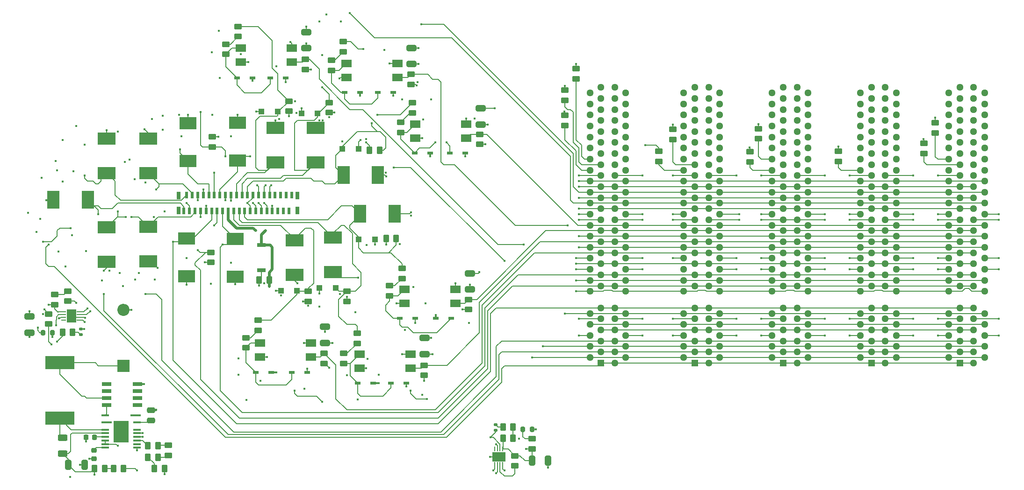
<source format=gtl>
%TF.GenerationSoftware,KiCad,Pcbnew,8.0.1*%
%TF.CreationDate,2024-04-16T18:19:40-05:00*%
%TF.ProjectId,Backplane,4261636b-706c-4616-9e65-2e6b69636164,rev?*%
%TF.SameCoordinates,Original*%
%TF.FileFunction,Copper,L1,Top*%
%TF.FilePolarity,Positive*%
%FSLAX46Y46*%
G04 Gerber Fmt 4.6, Leading zero omitted, Abs format (unit mm)*
G04 Created by KiCad (PCBNEW 8.0.1) date 2024-04-16 18:19:40*
%MOMM*%
%LPD*%
G01*
G04 APERTURE LIST*
G04 Aperture macros list*
%AMRoundRect*
0 Rectangle with rounded corners*
0 $1 Rounding radius*
0 $2 $3 $4 $5 $6 $7 $8 $9 X,Y pos of 4 corners*
0 Add a 4 corners polygon primitive as box body*
4,1,4,$2,$3,$4,$5,$6,$7,$8,$9,$2,$3,0*
0 Add four circle primitives for the rounded corners*
1,1,$1+$1,$2,$3*
1,1,$1+$1,$4,$5*
1,1,$1+$1,$6,$7*
1,1,$1+$1,$8,$9*
0 Add four rect primitives between the rounded corners*
20,1,$1+$1,$2,$3,$4,$5,0*
20,1,$1+$1,$4,$5,$6,$7,0*
20,1,$1+$1,$6,$7,$8,$9,0*
20,1,$1+$1,$8,$9,$2,$3,0*%
G04 Aperture macros list end*
%TA.AperFunction,SMDPad,CuDef*%
%ADD10RoundRect,0.250000X0.450000X-0.262500X0.450000X0.262500X-0.450000X0.262500X-0.450000X-0.262500X0*%
%TD*%
%TA.AperFunction,SMDPad,CuDef*%
%ADD11R,1.955800X1.346200*%
%TD*%
%TA.AperFunction,SMDPad,CuDef*%
%ADD12RoundRect,0.250000X0.650000X-0.325000X0.650000X0.325000X-0.650000X0.325000X-0.650000X-0.325000X0*%
%TD*%
%TA.AperFunction,SMDPad,CuDef*%
%ADD13RoundRect,0.250000X0.625000X-0.312500X0.625000X0.312500X-0.625000X0.312500X-0.625000X-0.312500X0*%
%TD*%
%TA.AperFunction,SMDPad,CuDef*%
%ADD14RoundRect,0.250000X-0.450000X0.262500X-0.450000X-0.262500X0.450000X-0.262500X0.450000X0.262500X0*%
%TD*%
%TA.AperFunction,SMDPad,CuDef*%
%ADD15R,3.120000X2.290000*%
%TD*%
%TA.AperFunction,SMDPad,CuDef*%
%ADD16R,1.050000X0.600000*%
%TD*%
%TA.AperFunction,SMDPad,CuDef*%
%ADD17R,3.200400X2.184400*%
%TD*%
%TA.AperFunction,SMDPad,CuDef*%
%ADD18RoundRect,0.250000X-0.262500X-0.450000X0.262500X-0.450000X0.262500X0.450000X-0.262500X0.450000X0*%
%TD*%
%TA.AperFunction,SMDPad,CuDef*%
%ADD19RoundRect,0.250000X-0.475000X0.250000X-0.475000X-0.250000X0.475000X-0.250000X0.475000X0.250000X0*%
%TD*%
%TA.AperFunction,SMDPad,CuDef*%
%ADD20RoundRect,0.250000X-0.325000X-0.650000X0.325000X-0.650000X0.325000X0.650000X-0.325000X0.650000X0*%
%TD*%
%TA.AperFunction,ComponentPad*%
%ADD21R,1.288000X1.288000*%
%TD*%
%TA.AperFunction,ComponentPad*%
%ADD22C,1.288000*%
%TD*%
%TA.AperFunction,SMDPad,CuDef*%
%ADD23R,2.184400X3.200400*%
%TD*%
%TA.AperFunction,SMDPad,CuDef*%
%ADD24R,1.092200X0.990600*%
%TD*%
%TA.AperFunction,SMDPad,CuDef*%
%ADD25RoundRect,0.225000X0.225000X0.250000X-0.225000X0.250000X-0.225000X-0.250000X0.225000X-0.250000X0*%
%TD*%
%TA.AperFunction,SMDPad,CuDef*%
%ADD26R,1.498600X0.711200*%
%TD*%
%TA.AperFunction,SMDPad,CuDef*%
%ADD27RoundRect,0.225000X-0.250000X0.225000X-0.250000X-0.225000X0.250000X-0.225000X0.250000X0.225000X0*%
%TD*%
%TA.AperFunction,SMDPad,CuDef*%
%ADD28RoundRect,0.200000X0.200000X0.275000X-0.200000X0.275000X-0.200000X-0.275000X0.200000X-0.275000X0*%
%TD*%
%TA.AperFunction,SMDPad,CuDef*%
%ADD29RoundRect,0.135000X0.185000X-0.135000X0.185000X0.135000X-0.185000X0.135000X-0.185000X-0.135000X0*%
%TD*%
%TA.AperFunction,SMDPad,CuDef*%
%ADD30R,1.752600X0.660400*%
%TD*%
%TA.AperFunction,SMDPad,CuDef*%
%ADD31R,0.600000X1.200000*%
%TD*%
%TA.AperFunction,SMDPad,CuDef*%
%ADD32R,0.800000X1.400000*%
%TD*%
%TA.AperFunction,SMDPad,CuDef*%
%ADD33RoundRect,0.250000X0.262500X0.450000X-0.262500X0.450000X-0.262500X-0.450000X0.262500X-0.450000X0*%
%TD*%
%TA.AperFunction,SMDPad,CuDef*%
%ADD34R,1.358900X0.355600*%
%TD*%
%TA.AperFunction,SMDPad,CuDef*%
%ADD35R,2.743200X3.860800*%
%TD*%
%TA.AperFunction,SMDPad,CuDef*%
%ADD36RoundRect,0.250000X0.325000X0.650000X-0.325000X0.650000X-0.325000X-0.650000X0.325000X-0.650000X0*%
%TD*%
%TA.AperFunction,SMDPad,CuDef*%
%ADD37RoundRect,0.135000X-0.185000X0.135000X-0.185000X-0.135000X0.185000X-0.135000X0.185000X0.135000X0*%
%TD*%
%TA.AperFunction,SMDPad,CuDef*%
%ADD38R,5.207000X2.413000*%
%TD*%
%TA.AperFunction,ComponentPad*%
%ADD39R,2.200000X2.200000*%
%TD*%
%TA.AperFunction,ComponentPad*%
%ADD40O,2.200000X2.200000*%
%TD*%
%TA.AperFunction,SMDPad,CuDef*%
%ADD41R,0.254000X0.812800*%
%TD*%
%TA.AperFunction,SMDPad,CuDef*%
%ADD42R,2.489200X1.752600*%
%TD*%
%TA.AperFunction,SMDPad,CuDef*%
%ADD43R,0.812800X0.254000*%
%TD*%
%TA.AperFunction,SMDPad,CuDef*%
%ADD44R,1.752600X2.489200*%
%TD*%
%TA.AperFunction,ViaPad*%
%ADD45C,0.450000*%
%TD*%
%TA.AperFunction,Conductor*%
%ADD46C,0.200000*%
%TD*%
%TA.AperFunction,Conductor*%
%ADD47C,0.150000*%
%TD*%
%TA.AperFunction,Conductor*%
%ADD48C,0.100000*%
%TD*%
%TA.AperFunction,Conductor*%
%ADD49C,0.300000*%
%TD*%
%TA.AperFunction,Conductor*%
%ADD50C,0.500000*%
%TD*%
G04 APERTURE END LIST*
D10*
X202000001Y-69312499D03*
X202000001Y-67487499D03*
X209711335Y-61920829D03*
X209711335Y-60095829D03*
D11*
X212389901Y-60629999D03*
X212389901Y-63169999D03*
X221610101Y-63169999D03*
X221610101Y-60629999D03*
D12*
X226597292Y-113389347D03*
X226597292Y-110439347D03*
D13*
X161000000Y-131462500D03*
X161000000Y-128537500D03*
D14*
X317000000Y-75137500D03*
X317000000Y-76962500D03*
D15*
X183455001Y-99242499D03*
X183455001Y-92382499D03*
D10*
X205500001Y-103812499D03*
X205500001Y-101987499D03*
D12*
X208542967Y-111369992D03*
X208542967Y-108419992D03*
D11*
X214779801Y-113399999D03*
X214779801Y-115939999D03*
X224000001Y-115939999D03*
X224000001Y-113399999D03*
D16*
X220900001Y-65899999D03*
X218100001Y-65899999D03*
X214489901Y-118669999D03*
X217289901Y-118669999D03*
D17*
X176500001Y-90275799D03*
X176500001Y-96524199D03*
D14*
X287000000Y-72500000D03*
X287000000Y-74325000D03*
D15*
X192680001Y-71382499D03*
X192680001Y-78242499D03*
D10*
X211867313Y-58510463D03*
X211867313Y-56685463D03*
D18*
X196587501Y-99899999D03*
X198412501Y-99899999D03*
D10*
X208398193Y-115082499D03*
X208398193Y-113257499D03*
D19*
X177000000Y-123550000D03*
X177000000Y-125450000D03*
D16*
X224741189Y-76899999D03*
X227541189Y-76899999D03*
X223289901Y-118669999D03*
X220489901Y-118669999D03*
D10*
X158500000Y-107902500D03*
X158500000Y-106077500D03*
D11*
X222889901Y-101629999D03*
X222889901Y-104169999D03*
X232110101Y-104169999D03*
X232110101Y-101629999D03*
D10*
X220236831Y-102807889D03*
X220236831Y-100982889D03*
X236584515Y-75312499D03*
X236584515Y-73487499D03*
D20*
X162025000Y-133500000D03*
X164975000Y-133500000D03*
D21*
X323500000Y-115000000D03*
D22*
X321500000Y-114000000D03*
X323500000Y-113000000D03*
X321500000Y-112000000D03*
X323500000Y-111000000D03*
X321500000Y-110000000D03*
X323500000Y-109000000D03*
X321500000Y-108000000D03*
X323500000Y-107000000D03*
X321500000Y-106000000D03*
X323500000Y-105000000D03*
X321500000Y-102000000D03*
X323500000Y-101000000D03*
X321500000Y-100000000D03*
X323500000Y-99000000D03*
X321500000Y-98000000D03*
X323500000Y-97000000D03*
X321500000Y-96000000D03*
X323500000Y-95000000D03*
X321500000Y-94000000D03*
X323500000Y-93000000D03*
X321500000Y-92000000D03*
X323500000Y-91000000D03*
X321500000Y-90000000D03*
X323500000Y-89000000D03*
X321500000Y-88000000D03*
X323500000Y-87000000D03*
X321500000Y-86000000D03*
X323500000Y-85000000D03*
X321500000Y-84000000D03*
X323500000Y-83000000D03*
X321500000Y-82000000D03*
X323500000Y-81000000D03*
X321500000Y-80000000D03*
X323500000Y-79000000D03*
X321500000Y-78000000D03*
X323500000Y-77000000D03*
X321500000Y-76000000D03*
X323500000Y-75000000D03*
X321500000Y-74000000D03*
X323500000Y-73000000D03*
X321500000Y-72000000D03*
X323500000Y-71000000D03*
X321500000Y-70000000D03*
X323500000Y-69000000D03*
X321500000Y-68000000D03*
X323500000Y-67000000D03*
X321500000Y-66000000D03*
X323500000Y-65000000D03*
X326000000Y-115000000D03*
X328000000Y-114000000D03*
X326000000Y-113000000D03*
X328000000Y-112000000D03*
X326000000Y-111000000D03*
X328000000Y-110000000D03*
X326000000Y-109000000D03*
X328000000Y-108000000D03*
X326000000Y-107000000D03*
X328000000Y-106000000D03*
X326000000Y-105000000D03*
X328000000Y-102000000D03*
X326000000Y-101000000D03*
X328000000Y-100000000D03*
X326000000Y-99000000D03*
X328000000Y-98000000D03*
X326000000Y-97000000D03*
X328000000Y-96000000D03*
X326000000Y-95000000D03*
X328000000Y-94000000D03*
X326000000Y-93000000D03*
X328000000Y-92000000D03*
X326000000Y-91000000D03*
X328000000Y-90000000D03*
X326000000Y-89000000D03*
X328000000Y-88000000D03*
X326000000Y-87000000D03*
X328000000Y-86000000D03*
X326000000Y-85000000D03*
X328000000Y-84000000D03*
X326000000Y-83000000D03*
X328000000Y-82000000D03*
X326000000Y-81000000D03*
X328000000Y-80000000D03*
X326000000Y-79000000D03*
X328000000Y-78000000D03*
X326000000Y-77000000D03*
X328000000Y-76000000D03*
X326000000Y-75000000D03*
X328000000Y-74000000D03*
X326000000Y-73000000D03*
X328000000Y-72000000D03*
X326000000Y-71000000D03*
X328000000Y-70000000D03*
X326000000Y-69000000D03*
X328000000Y-68000000D03*
X326000000Y-67000000D03*
X328000000Y-66000000D03*
X326000000Y-65000000D03*
D23*
X211875801Y-80899999D03*
X218124201Y-80899999D03*
D21*
X258500000Y-115000000D03*
D22*
X256500000Y-114000000D03*
X258500000Y-113000000D03*
X256500000Y-112000000D03*
X258500000Y-111000000D03*
X256500000Y-110000000D03*
X258500000Y-109000000D03*
X256500000Y-108000000D03*
X258500000Y-107000000D03*
X256500000Y-106000000D03*
X258500000Y-105000000D03*
X256500000Y-102000000D03*
X258500000Y-101000000D03*
X256500000Y-100000000D03*
X258500000Y-99000000D03*
X256500000Y-98000000D03*
X258500000Y-97000000D03*
X256500000Y-96000000D03*
X258500000Y-95000000D03*
X256500000Y-94000000D03*
X258500000Y-93000000D03*
X256500000Y-92000000D03*
X258500000Y-91000000D03*
X256500000Y-90000000D03*
X258500000Y-89000000D03*
X256500000Y-88000000D03*
X258500000Y-87000000D03*
X256500000Y-86000000D03*
X258500000Y-85000000D03*
X256500000Y-84000000D03*
X258500000Y-83000000D03*
X256500000Y-82000000D03*
X258500000Y-81000000D03*
X256500000Y-80000000D03*
X258500000Y-79000000D03*
X256500000Y-78000000D03*
X258500000Y-77000000D03*
X256500000Y-76000000D03*
X258500000Y-75000000D03*
X256500000Y-74000000D03*
X258500000Y-73000000D03*
X256500000Y-72000000D03*
X258500000Y-71000000D03*
X256500000Y-70000000D03*
X258500000Y-69000000D03*
X256500000Y-68000000D03*
X258500000Y-67000000D03*
X256500000Y-66000000D03*
X258500000Y-65000000D03*
X261000000Y-115000000D03*
X263000000Y-114000000D03*
X261000000Y-113000000D03*
X263000000Y-112000000D03*
X261000000Y-111000000D03*
X263000000Y-110000000D03*
X261000000Y-109000000D03*
X263000000Y-108000000D03*
X261000000Y-107000000D03*
X263000000Y-106000000D03*
X261000000Y-105000000D03*
X263000000Y-102000000D03*
X261000000Y-101000000D03*
X263000000Y-100000000D03*
X261000000Y-99000000D03*
X263000000Y-98000000D03*
X261000000Y-97000000D03*
X263000000Y-96000000D03*
X261000000Y-95000000D03*
X263000000Y-94000000D03*
X261000000Y-93000000D03*
X263000000Y-92000000D03*
X261000000Y-91000000D03*
X263000000Y-90000000D03*
X261000000Y-89000000D03*
X263000000Y-88000000D03*
X261000000Y-87000000D03*
X263000000Y-86000000D03*
X261000000Y-85000000D03*
X263000000Y-84000000D03*
X261000000Y-83000000D03*
X263000000Y-82000000D03*
X261000000Y-81000000D03*
X263000000Y-80000000D03*
X261000000Y-79000000D03*
X263000000Y-78000000D03*
X261000000Y-77000000D03*
X263000000Y-76000000D03*
X261000000Y-75000000D03*
X263000000Y-74000000D03*
X261000000Y-73000000D03*
X263000000Y-72000000D03*
X261000000Y-71000000D03*
X263000000Y-70000000D03*
X261000000Y-69000000D03*
X263000000Y-68000000D03*
X261000000Y-67000000D03*
X263000000Y-66000000D03*
X261000000Y-65000000D03*
D14*
X246000000Y-128735614D03*
X246000000Y-130560614D03*
D10*
X212500001Y-103812499D03*
X212500001Y-101987499D03*
X222457986Y-99651511D03*
X222457986Y-97826511D03*
D14*
X319047203Y-71405605D03*
X319047203Y-73230605D03*
D16*
X233900001Y-76899999D03*
X231100001Y-76899999D03*
D24*
X210473201Y-101399999D03*
X207526801Y-101399999D03*
D12*
X224215188Y-60769455D03*
X224215188Y-57819455D03*
D25*
X166775000Y-128500000D03*
X165225000Y-128500000D03*
D14*
X254000000Y-61587500D03*
X254000000Y-63412500D03*
D17*
X203000001Y-92775799D03*
X203000001Y-99024199D03*
D15*
X192275001Y-99329999D03*
X192275001Y-92469999D03*
D26*
X197000001Y-93626699D03*
X197000001Y-98173299D03*
D21*
X275500000Y-115000000D03*
D22*
X273500000Y-114000000D03*
X275500000Y-113000000D03*
X273500000Y-112000000D03*
X275500000Y-111000000D03*
X273500000Y-110000000D03*
X275500000Y-109000000D03*
X273500000Y-108000000D03*
X275500000Y-107000000D03*
X273500000Y-106000000D03*
X275500000Y-105000000D03*
X273500000Y-102000000D03*
X275500000Y-101000000D03*
X273500000Y-100000000D03*
X275500000Y-99000000D03*
X273500000Y-98000000D03*
X275500000Y-97000000D03*
X273500000Y-96000000D03*
X275500000Y-95000000D03*
X273500000Y-94000000D03*
X275500000Y-93000000D03*
X273500000Y-92000000D03*
X275500000Y-91000000D03*
X273500000Y-90000000D03*
X275500000Y-89000000D03*
X273500000Y-88000000D03*
X275500000Y-87000000D03*
X273500000Y-86000000D03*
X275500000Y-85000000D03*
X273500000Y-84000000D03*
X275500000Y-83000000D03*
X273500000Y-82000000D03*
X275500000Y-81000000D03*
X273500000Y-80000000D03*
X275500000Y-79000000D03*
X273500000Y-78000000D03*
X275500000Y-77000000D03*
X273500000Y-76000000D03*
X275500000Y-75000000D03*
X273500000Y-74000000D03*
X275500000Y-73000000D03*
X273500000Y-72000000D03*
X275500000Y-71000000D03*
X273500000Y-70000000D03*
X275500000Y-69000000D03*
X273500000Y-68000000D03*
X275500000Y-67000000D03*
X273500000Y-66000000D03*
X275500000Y-65000000D03*
X278000000Y-115000000D03*
X280000000Y-114000000D03*
X278000000Y-113000000D03*
X280000000Y-112000000D03*
X278000000Y-111000000D03*
X280000000Y-110000000D03*
X278000000Y-109000000D03*
X280000000Y-108000000D03*
X278000000Y-107000000D03*
X280000000Y-106000000D03*
X278000000Y-105000000D03*
X280000000Y-102000000D03*
X278000000Y-101000000D03*
X280000000Y-100000000D03*
X278000000Y-99000000D03*
X280000000Y-98000000D03*
X278000000Y-97000000D03*
X280000000Y-96000000D03*
X278000000Y-95000000D03*
X280000000Y-94000000D03*
X278000000Y-93000000D03*
X280000000Y-92000000D03*
X278000000Y-91000000D03*
X280000000Y-90000000D03*
X278000000Y-89000000D03*
X280000000Y-88000000D03*
X278000000Y-87000000D03*
X280000000Y-86000000D03*
X278000000Y-85000000D03*
X280000000Y-84000000D03*
X278000000Y-83000000D03*
X280000000Y-82000000D03*
X278000000Y-81000000D03*
X280000000Y-80000000D03*
X278000000Y-79000000D03*
X280000000Y-78000000D03*
X278000000Y-77000000D03*
X280000000Y-76000000D03*
X278000000Y-75000000D03*
X280000000Y-74000000D03*
X278000000Y-73000000D03*
X280000000Y-72000000D03*
X278000000Y-71000000D03*
X280000000Y-70000000D03*
X278000000Y-69000000D03*
X280000000Y-68000000D03*
X278000000Y-67000000D03*
X280000000Y-66000000D03*
X278000000Y-65000000D03*
D10*
X226490068Y-117218607D03*
X226490068Y-115393607D03*
X187860404Y-96726897D03*
X187860404Y-94901897D03*
D23*
X165624201Y-85399999D03*
X159375801Y-85399999D03*
D18*
X176475233Y-130034219D03*
X178300233Y-130034219D03*
D21*
X307500000Y-115000000D03*
D22*
X305500000Y-114000000D03*
X307500000Y-113000000D03*
X305500000Y-112000000D03*
X307500000Y-111000000D03*
X305500000Y-110000000D03*
X307500000Y-109000000D03*
X305500000Y-108000000D03*
X307500000Y-107000000D03*
X305500000Y-106000000D03*
X307500000Y-105000000D03*
X305500000Y-102000000D03*
X307500000Y-101000000D03*
X305500000Y-100000000D03*
X307500000Y-99000000D03*
X305500000Y-98000000D03*
X307500000Y-97000000D03*
X305500000Y-96000000D03*
X307500000Y-95000000D03*
X305500000Y-94000000D03*
X307500000Y-93000000D03*
X305500000Y-92000000D03*
X307500000Y-91000000D03*
X305500000Y-90000000D03*
X307500000Y-89000000D03*
X305500000Y-88000000D03*
X307500000Y-87000000D03*
X305500000Y-86000000D03*
X307500000Y-85000000D03*
X305500000Y-84000000D03*
X307500000Y-83000000D03*
X305500000Y-82000000D03*
X307500000Y-81000000D03*
X305500000Y-80000000D03*
X307500000Y-79000000D03*
X305500000Y-78000000D03*
X307500000Y-77000000D03*
X305500000Y-76000000D03*
X307500000Y-75000000D03*
X305500000Y-74000000D03*
X307500000Y-73000000D03*
X305500000Y-72000000D03*
X307500000Y-71000000D03*
X305500000Y-70000000D03*
X307500000Y-69000000D03*
X305500000Y-68000000D03*
X307500000Y-67000000D03*
X305500000Y-66000000D03*
X307500000Y-65000000D03*
X310000000Y-115000000D03*
X312000000Y-114000000D03*
X310000000Y-113000000D03*
X312000000Y-112000000D03*
X310000000Y-111000000D03*
X312000000Y-110000000D03*
X310000000Y-109000000D03*
X312000000Y-108000000D03*
X310000000Y-107000000D03*
X312000000Y-106000000D03*
X310000000Y-105000000D03*
X312000000Y-102000000D03*
X310000000Y-101000000D03*
X312000000Y-100000000D03*
X310000000Y-99000000D03*
X312000000Y-98000000D03*
X310000000Y-97000000D03*
X312000000Y-96000000D03*
X310000000Y-95000000D03*
X312000000Y-94000000D03*
X310000000Y-93000000D03*
X312000000Y-92000000D03*
X310000000Y-91000000D03*
X312000000Y-90000000D03*
X310000000Y-89000000D03*
X312000000Y-88000000D03*
X310000000Y-87000000D03*
X312000000Y-86000000D03*
X310000000Y-85000000D03*
X312000000Y-84000000D03*
X310000000Y-83000000D03*
X312000000Y-82000000D03*
X310000000Y-81000000D03*
X312000000Y-80000000D03*
X310000000Y-79000000D03*
X312000000Y-78000000D03*
X310000000Y-77000000D03*
X312000000Y-76000000D03*
X310000000Y-75000000D03*
X312000000Y-74000000D03*
X310000000Y-73000000D03*
X312000000Y-72000000D03*
X310000000Y-71000000D03*
X312000000Y-70000000D03*
X310000000Y-69000000D03*
X312000000Y-68000000D03*
X310000000Y-67000000D03*
X312000000Y-66000000D03*
X310000000Y-65000000D03*
D18*
X219587501Y-92399999D03*
X221412501Y-92399999D03*
D27*
X166679446Y-130805561D03*
X166679446Y-132355561D03*
D11*
X196779801Y-111399999D03*
X196779801Y-113939999D03*
X206000001Y-113939999D03*
X206000001Y-111399999D03*
D12*
X205133387Y-57895899D03*
X205133387Y-54945899D03*
D14*
X252000000Y-70087500D03*
X252000000Y-71912500D03*
X252000000Y-65500000D03*
X252000000Y-67325000D03*
D28*
X159150000Y-109490000D03*
X157500000Y-109490000D03*
D21*
X291500000Y-115000000D03*
D22*
X289500000Y-114000000D03*
X291500000Y-113000000D03*
X289500000Y-112000000D03*
X291500000Y-111000000D03*
X289500000Y-110000000D03*
X291500000Y-109000000D03*
X289500000Y-108000000D03*
X291500000Y-107000000D03*
X289500000Y-106000000D03*
X291500000Y-105000000D03*
X289500000Y-102000000D03*
X291500000Y-101000000D03*
X289500000Y-100000000D03*
X291500000Y-99000000D03*
X289500000Y-98000000D03*
X291500000Y-97000000D03*
X289500000Y-96000000D03*
X291500000Y-95000000D03*
X289500000Y-94000000D03*
X291500000Y-93000000D03*
X289500000Y-92000000D03*
X291500000Y-91000000D03*
X289500000Y-90000000D03*
X291500000Y-89000000D03*
X289500000Y-88000000D03*
X291500000Y-87000000D03*
X289500000Y-86000000D03*
X291500000Y-85000000D03*
X289500000Y-84000000D03*
X291500000Y-83000000D03*
X289500000Y-82000000D03*
X291500000Y-81000000D03*
X289500000Y-80000000D03*
X291500000Y-79000000D03*
X289500000Y-78000000D03*
X291500000Y-77000000D03*
X289500000Y-76000000D03*
X291500000Y-75000000D03*
X289500000Y-74000000D03*
X291500000Y-73000000D03*
X289500000Y-72000000D03*
X291500000Y-71000000D03*
X289500000Y-70000000D03*
X291500000Y-69000000D03*
X289500000Y-68000000D03*
X291500000Y-67000000D03*
X289500000Y-66000000D03*
X291500000Y-65000000D03*
X294000000Y-115000000D03*
X296000000Y-114000000D03*
X294000000Y-113000000D03*
X296000000Y-112000000D03*
X294000000Y-111000000D03*
X296000000Y-110000000D03*
X294000000Y-109000000D03*
X296000000Y-108000000D03*
X294000000Y-107000000D03*
X296000000Y-106000000D03*
X294000000Y-105000000D03*
X296000000Y-102000000D03*
X294000000Y-101000000D03*
X296000000Y-100000000D03*
X294000000Y-99000000D03*
X296000000Y-98000000D03*
X294000000Y-97000000D03*
X296000000Y-96000000D03*
X294000000Y-95000000D03*
X296000000Y-94000000D03*
X294000000Y-93000000D03*
X296000000Y-92000000D03*
X294000000Y-91000000D03*
X296000000Y-90000000D03*
X294000000Y-89000000D03*
X296000000Y-88000000D03*
X294000000Y-87000000D03*
X296000000Y-86000000D03*
X294000000Y-85000000D03*
X296000000Y-84000000D03*
X294000000Y-83000000D03*
X296000000Y-82000000D03*
X294000000Y-81000000D03*
X296000000Y-80000000D03*
X294000000Y-79000000D03*
X296000000Y-78000000D03*
X294000000Y-77000000D03*
X296000000Y-76000000D03*
X294000000Y-75000000D03*
X296000000Y-74000000D03*
X294000000Y-73000000D03*
X296000000Y-72000000D03*
X294000000Y-71000000D03*
X296000000Y-70000000D03*
X294000000Y-69000000D03*
X296000000Y-68000000D03*
X294000000Y-67000000D03*
X296000000Y-66000000D03*
X294000000Y-65000000D03*
D10*
X161969597Y-103756145D03*
X161969597Y-101931145D03*
D29*
X239420009Y-127219212D03*
X239420009Y-126199212D03*
D24*
X211684504Y-76168159D03*
X214630904Y-76168159D03*
D10*
X234498985Y-105312499D03*
X234498985Y-103487499D03*
X224348678Y-69595344D03*
X224348678Y-67770344D03*
D30*
X168984158Y-118798145D03*
X168984158Y-120068145D03*
X168984158Y-121338145D03*
X168984158Y-122608145D03*
X174584156Y-122608145D03*
X174584156Y-121338145D03*
X174584156Y-120068145D03*
X174584156Y-118798145D03*
D31*
X183000000Y-87399999D03*
X183500000Y-84500000D03*
X183999999Y-87399999D03*
X184500000Y-84500000D03*
X185000000Y-87399999D03*
X185500000Y-84500000D03*
X186000000Y-87399999D03*
X186500000Y-84500000D03*
X187000000Y-87399999D03*
X187500000Y-84500000D03*
X188000000Y-87399999D03*
X188500000Y-84500000D03*
X189000000Y-87399999D03*
X189500000Y-84500000D03*
X190000000Y-87399999D03*
X190500000Y-84500000D03*
X191000000Y-87399999D03*
X191500000Y-84500000D03*
X192000000Y-87399999D03*
X192500000Y-84500000D03*
X193000000Y-87399999D03*
X193500000Y-84500000D03*
X194000000Y-87399999D03*
X194500000Y-84500000D03*
X195000000Y-87399999D03*
X195500000Y-84500000D03*
X196000000Y-87399999D03*
X196500000Y-84500000D03*
X197000000Y-87399999D03*
X197500000Y-84500000D03*
X198000000Y-87399999D03*
X198500000Y-84500000D03*
X199000000Y-87399999D03*
X199500001Y-84500000D03*
X200000000Y-87399999D03*
X200500000Y-84500000D03*
X201000001Y-87399999D03*
X201500000Y-84500000D03*
X202000001Y-87399999D03*
X202500000Y-84500000D03*
D32*
X181999997Y-87300000D03*
X203499957Y-87300000D03*
X181999997Y-84600000D03*
X203499957Y-84600000D03*
D10*
X211889901Y-115082499D03*
X211889901Y-113257499D03*
D16*
X205289901Y-116687898D03*
X202489901Y-116687898D03*
D18*
X240747978Y-126637384D03*
X242572978Y-126637384D03*
D16*
X212100001Y-65899999D03*
X214900001Y-65899999D03*
X224900001Y-106899999D03*
X222100001Y-106899999D03*
D10*
X224064449Y-64441523D03*
X224064449Y-62616523D03*
D33*
X162823134Y-109402520D03*
X160998134Y-109402520D03*
D14*
X269000000Y-76587500D03*
X269000000Y-78412500D03*
D11*
X193279801Y-57899999D03*
X193279801Y-60439999D03*
X202500001Y-60439999D03*
X202500001Y-57899999D03*
D28*
X245994833Y-127038860D03*
X244344833Y-127038860D03*
D10*
X209273998Y-69556362D03*
X209273998Y-67731362D03*
D33*
X172072124Y-134143895D03*
X170247124Y-134143895D03*
D24*
X207212042Y-69679018D03*
X204265642Y-69679018D03*
D12*
X236740386Y-71771762D03*
X236740386Y-68821762D03*
X155000000Y-109465000D03*
X155000000Y-106515000D03*
D34*
X168746900Y-124499998D03*
X168746900Y-125799997D03*
X168746900Y-127099997D03*
X168746900Y-127749996D03*
X168746900Y-128399997D03*
X168746900Y-129049996D03*
X168746900Y-129699997D03*
X168746900Y-130349996D03*
X174500000Y-130349998D03*
X174500000Y-129700000D03*
X174500000Y-129049999D03*
X174500000Y-128400000D03*
X174500000Y-127749999D03*
X174500000Y-127100000D03*
X174500000Y-125800000D03*
X174500000Y-124500000D03*
D35*
X171623450Y-127424998D03*
D12*
X234732791Y-101672058D03*
X234732791Y-98722058D03*
D17*
X206867193Y-78617394D03*
X206867193Y-72368994D03*
X199550415Y-78574738D03*
X199550415Y-72326338D03*
D36*
X248948932Y-132745486D03*
X245998932Y-132745486D03*
D33*
X178294661Y-132095083D03*
X176469661Y-132095083D03*
D24*
X214635371Y-92580801D03*
X217581771Y-92580801D03*
D14*
X159610467Y-102581360D03*
X159610467Y-104406360D03*
D16*
X192584042Y-63241426D03*
X195384042Y-63241426D03*
D10*
X190611385Y-58968466D03*
X190611385Y-57143466D03*
D37*
X164298543Y-108848213D03*
X164298543Y-109868213D03*
D10*
X194231306Y-112225059D03*
X194231306Y-110400059D03*
D16*
X201400001Y-63283584D03*
X198600001Y-63283584D03*
D24*
X203473201Y-101899999D03*
X200526801Y-101899999D03*
D33*
X242593029Y-128679815D03*
X240768029Y-128679815D03*
D10*
X214353234Y-111411683D03*
X214353234Y-109586683D03*
D14*
X188099616Y-73982122D03*
X188099616Y-75807122D03*
D38*
X160500000Y-125041900D03*
X160500000Y-114958100D03*
D18*
X216587501Y-76399999D03*
X218412501Y-76399999D03*
D11*
X224889901Y-71629999D03*
X224889901Y-74169999D03*
X234110101Y-74169999D03*
X234110101Y-71629999D03*
D14*
X301500000Y-76587500D03*
X301500000Y-78412500D03*
D17*
X210000001Y-92275799D03*
X210000001Y-98524199D03*
X176500001Y-80524199D03*
X176500001Y-74275799D03*
D14*
X271500000Y-72587500D03*
X271500000Y-74412500D03*
D10*
X205000001Y-61724999D03*
X205000001Y-59899999D03*
D16*
X231400001Y-106899999D03*
X228600001Y-106899999D03*
D39*
X172000000Y-115500000D03*
D40*
X172000000Y-105340000D03*
D18*
X177627466Y-134112178D03*
X179452466Y-134112178D03*
D15*
X183680001Y-71452499D03*
X183680001Y-78312499D03*
D41*
X240734260Y-130608362D03*
X240234259Y-130608362D03*
X239734259Y-130608362D03*
X239234258Y-130608362D03*
X239234258Y-133402362D03*
X239734259Y-133402362D03*
X240234259Y-133402362D03*
X240734260Y-133402362D03*
D42*
X239984259Y-132005362D03*
D17*
X169000000Y-80524199D03*
X169000000Y-74275799D03*
D10*
X196389901Y-109082499D03*
X196389901Y-107257499D03*
X222205458Y-73157644D03*
X222205458Y-71332644D03*
D14*
X180146398Y-129948735D03*
X180146398Y-131773735D03*
D16*
X195989901Y-116669999D03*
X198789901Y-116669999D03*
D17*
X169000001Y-90399999D03*
X169000001Y-96648399D03*
D33*
X168612753Y-134143118D03*
X166787753Y-134143118D03*
D10*
X242905960Y-133650421D03*
X242905960Y-131825421D03*
D24*
X199973201Y-69399999D03*
X197026801Y-69399999D03*
D23*
X214875801Y-87899999D03*
X221124201Y-87899999D03*
D43*
X161211857Y-105727512D03*
X161211857Y-106227513D03*
X161211857Y-106727513D03*
X161211857Y-107227514D03*
X164005857Y-107227514D03*
X164005857Y-106727513D03*
X164005857Y-106227513D03*
X164005857Y-105727512D03*
D44*
X162608857Y-106477513D03*
D10*
X192761454Y-55764442D03*
X192761454Y-53939442D03*
D14*
X285500000Y-76675000D03*
X285500000Y-78500000D03*
D45*
X179452466Y-135120873D03*
X216083966Y-93583966D03*
X243694182Y-128694182D03*
X287500000Y-98000000D03*
X299000000Y-88000000D03*
X183680001Y-70000000D03*
X157250000Y-81399999D03*
X200526801Y-102715463D03*
X211688166Y-74750000D03*
X187000000Y-86500000D03*
X164885396Y-108848213D03*
X254500000Y-89000000D03*
X216250000Y-114227145D03*
X225125000Y-64625000D03*
X299000000Y-81000000D03*
X175500000Y-127749999D03*
X319047203Y-70500000D03*
X209272590Y-70426012D03*
X303500000Y-88000000D03*
X299000000Y-98000000D03*
X287500000Y-96000000D03*
X214539890Y-99488199D03*
X266000000Y-81000000D03*
X191500000Y-85506052D03*
X235610101Y-70610101D03*
X199548697Y-70950837D03*
X203113108Y-67487168D03*
X188099616Y-70000000D03*
X315000000Y-98000000D03*
X271500000Y-88000000D03*
X219625000Y-81125000D03*
X176000000Y-82250000D03*
X216000000Y-74370997D03*
X198000000Y-113939999D03*
X155000000Y-110303799D03*
X221500000Y-104169999D03*
X271500000Y-71750000D03*
X196049940Y-69394886D03*
X220900001Y-66500000D03*
X233410551Y-105306679D03*
X226169999Y-74169999D03*
X190500000Y-85500000D03*
X211125000Y-63375000D03*
X303500000Y-81000000D03*
X217581771Y-93545794D03*
X219587501Y-93500000D03*
X161500001Y-97500000D03*
X330500000Y-89000000D03*
X208805649Y-51750000D03*
X191500000Y-96812499D03*
X156250000Y-91244660D03*
X239250000Y-68821762D03*
X175875000Y-72625000D03*
X266000000Y-89000000D03*
X266000000Y-96000000D03*
X299000000Y-96000000D03*
X225500000Y-57819455D03*
X219500000Y-80500000D03*
X271500000Y-96000000D03*
X186750000Y-96726897D03*
X177180001Y-70750000D03*
X283000000Y-110000000D03*
X177500000Y-88500000D03*
X319500000Y-88000000D03*
X165855561Y-132355561D03*
X205293462Y-116037966D03*
X207500000Y-71000000D03*
X194603211Y-60439999D03*
X215000000Y-74500000D03*
X224118128Y-88271365D03*
X254500000Y-107000000D03*
X238446386Y-132005362D03*
X187860404Y-100639596D03*
X204521326Y-103820019D03*
X266000000Y-107000000D03*
X205133387Y-54000000D03*
X186000000Y-88500000D03*
X199750000Y-61169999D03*
X199678667Y-101899999D03*
X158025115Y-85474886D03*
X171394196Y-98634378D03*
X204265642Y-68750000D03*
X287500000Y-107000000D03*
X319500000Y-98000000D03*
X159750000Y-78317903D03*
X159150000Y-110240002D03*
X330500000Y-88000000D03*
X299000000Y-89000000D03*
X254000000Y-96000000D03*
X248948932Y-134000000D03*
X216000000Y-115939999D03*
X189500001Y-63250000D03*
X182576450Y-73899999D03*
X266000000Y-110000000D03*
X201400001Y-64000000D03*
X208129003Y-71000000D03*
X214000000Y-105812499D03*
X189185678Y-73982122D03*
X183455001Y-100750000D03*
X173500000Y-105340000D03*
X254500000Y-88000000D03*
X330500000Y-110000000D03*
X315000000Y-107000000D03*
X266000000Y-88000000D03*
X222975069Y-109024931D03*
X224900001Y-107750000D03*
X254500000Y-110000000D03*
X165063294Y-106773835D03*
X283500000Y-89000000D03*
X165225000Y-129250000D03*
X237563328Y-75314826D03*
X227750000Y-110439347D03*
X202000001Y-70231714D03*
X303500000Y-89000000D03*
X189304085Y-54750000D03*
X225296136Y-64019726D03*
X192680494Y-69976831D03*
X283000000Y-107000000D03*
X319500000Y-89000000D03*
X236500000Y-98500000D03*
X203333720Y-69662426D03*
X169000001Y-72750000D03*
X216000000Y-75000000D03*
X169500000Y-98250000D03*
X254500000Y-81000000D03*
X233900001Y-77500000D03*
X174500000Y-130840634D03*
X186500000Y-83500000D03*
X287500000Y-110000000D03*
X271500000Y-81000000D03*
X175500000Y-128400000D03*
X287500000Y-88000000D03*
X192874464Y-114202100D03*
X224500000Y-101191695D03*
X239500000Y-135000000D03*
X226321751Y-70810235D03*
X194500000Y-86000000D03*
X330500000Y-107000000D03*
X200250000Y-70750000D03*
X319500000Y-96000000D03*
X283000000Y-81000000D03*
X315000000Y-96000000D03*
X209313561Y-115822818D03*
X285366002Y-75866002D03*
X301500000Y-75750000D03*
X185500000Y-85500000D03*
X319500000Y-107000000D03*
X162975001Y-80225426D03*
X168500000Y-98250000D03*
X208000000Y-59167079D03*
X207541776Y-102432064D03*
X319500000Y-81000000D03*
X234610101Y-107750000D03*
X316875000Y-74375000D03*
X287500000Y-89000000D03*
X287000000Y-71676564D03*
X194284402Y-121715598D03*
X157000000Y-88863799D03*
X315000000Y-81000000D03*
X251999999Y-64726825D03*
X303500000Y-98000000D03*
X174104400Y-81638199D03*
X207526801Y-104750000D03*
X160392078Y-106913001D03*
X191500000Y-73899999D03*
X315000000Y-110000000D03*
X192275001Y-100724999D03*
X199000000Y-86500000D03*
X330500000Y-96000000D03*
X196587501Y-100912499D03*
X315000000Y-88000000D03*
X183500000Y-95942355D03*
X287500000Y-81000000D03*
X303500000Y-96000000D03*
X204773246Y-119672933D03*
X208542967Y-109322474D03*
X224125000Y-87625000D03*
X210250000Y-69556362D03*
X283000000Y-98000000D03*
X283000000Y-96000000D03*
X205500001Y-104615024D03*
X254000000Y-60750000D03*
X162386987Y-135696515D03*
X271500000Y-107000000D03*
X246750000Y-127038860D03*
X197500000Y-100500000D03*
X283500000Y-88000000D03*
X222083744Y-93403831D03*
X171937777Y-101062223D03*
X211250000Y-102500000D03*
X266000000Y-98000000D03*
X219250000Y-58169999D03*
X178250000Y-97750000D03*
X271500000Y-110000000D03*
X254000000Y-98000000D03*
X239491148Y-129758852D03*
X271500000Y-89000000D03*
X330500000Y-98000000D03*
X303500000Y-107000000D03*
X226110101Y-120750000D03*
X206000000Y-61724999D03*
X164129022Y-133500000D03*
X162750000Y-91829999D03*
X251844348Y-69344348D03*
X315000000Y-89000000D03*
X203500000Y-100500000D03*
X182081953Y-70000000D03*
X214474753Y-121600466D03*
X319500000Y-110000000D03*
X171000000Y-73000000D03*
X299000000Y-107000000D03*
X172285700Y-78500000D03*
X223289901Y-119250000D03*
X299000000Y-110000000D03*
X212500000Y-103000000D03*
X303500000Y-110000000D03*
X226500000Y-118250000D03*
X266500000Y-75500000D03*
X177750000Y-99845527D03*
X239000000Y-134500000D03*
X164999999Y-107590001D03*
X165499999Y-105090001D03*
X254000000Y-97000000D03*
X166787753Y-135250000D03*
X241000000Y-134500000D03*
X254000000Y-100000000D03*
X241000000Y-96500000D03*
X195000000Y-77500000D03*
X221000000Y-79500000D03*
X211389901Y-53000000D03*
X175750000Y-118798145D03*
X228600001Y-106250000D03*
X169734538Y-125796383D03*
X212509404Y-117173418D03*
X196000000Y-91000000D03*
X227541189Y-77541189D03*
X196883326Y-118239829D03*
X218250000Y-118669999D03*
X173500000Y-124500000D03*
X207500000Y-53000000D03*
X192851477Y-117148523D03*
X218250000Y-117129999D03*
X195384042Y-63750000D03*
X197750000Y-91000000D03*
X222500000Y-67132901D03*
X214900001Y-66500000D03*
X198412501Y-101087499D03*
X178000000Y-123500000D03*
X193250000Y-59000000D03*
X188000000Y-58608534D03*
X226750000Y-104129999D03*
X227750000Y-67129999D03*
X199750000Y-116669999D03*
X171000000Y-130000000D03*
X190000000Y-93500000D03*
X238500000Y-128500000D03*
X159999999Y-111090001D03*
X159885934Y-108115582D03*
X165999999Y-105590001D03*
X158999999Y-111590001D03*
X208000000Y-65000000D03*
X215500000Y-58000000D03*
X217000000Y-71500000D03*
X218000000Y-70000000D03*
X195500000Y-86000000D03*
X228500000Y-75000000D03*
X230500000Y-75000000D03*
X198750000Y-82750000D03*
X196250000Y-82750000D03*
X196500000Y-86000000D03*
X197750000Y-82750000D03*
X197500000Y-86000000D03*
X202250000Y-56750000D03*
X232110101Y-100500000D03*
X205133387Y-57000000D03*
X225500000Y-60769455D03*
X238000000Y-71771762D03*
X234110101Y-70610101D03*
X244939386Y-130560614D03*
X222500000Y-113399999D03*
X209869992Y-111369992D03*
X228000000Y-113389347D03*
X234732791Y-100750000D03*
X204750000Y-111399999D03*
X220250000Y-60629999D03*
X176000000Y-102500000D03*
X158500000Y-93500000D03*
X244500000Y-93500000D03*
X254500000Y-94000000D03*
X168500000Y-102500000D03*
X252500000Y-90000000D03*
X254500000Y-92000000D03*
X246000000Y-114000000D03*
X248000000Y-112000000D03*
X254500000Y-87000000D03*
X213000000Y-51500000D03*
X254500000Y-85000000D03*
X226000000Y-53500000D03*
X254500000Y-83000000D03*
X254500000Y-82000000D03*
X160025001Y-80025001D03*
X160250000Y-94779999D03*
X174112690Y-99893797D03*
X164969756Y-75346779D03*
X154740001Y-87759999D03*
X161000000Y-82114299D03*
X168180001Y-100000000D03*
X155010558Y-105595030D03*
X165250000Y-94669999D03*
X174865537Y-98708380D03*
X161021549Y-74500000D03*
X157500000Y-106077500D03*
X157711250Y-105288750D03*
X163500000Y-72000000D03*
X179135286Y-70135286D03*
X173141022Y-78099672D03*
X179138032Y-72651687D03*
X179500000Y-87500000D03*
X158500000Y-104406360D03*
X162500000Y-90500000D03*
X157500000Y-93000000D03*
X167500000Y-88000000D03*
X165000000Y-81000000D03*
X183500000Y-86000000D03*
X171000000Y-87500000D03*
X172500000Y-88500000D03*
X178000000Y-83500000D03*
X173500000Y-88500000D03*
X156499999Y-108590001D03*
X163499999Y-104090001D03*
X227000000Y-121500000D03*
X224000000Y-120000000D03*
X208000000Y-122000000D03*
X203000000Y-120000000D03*
X174500000Y-134500000D03*
X252000000Y-106000000D03*
X182250000Y-76250000D03*
X181000000Y-93000000D03*
X188500000Y-90000000D03*
X185500000Y-94500000D03*
X186000000Y-69500000D03*
X188500000Y-80500000D03*
X190500000Y-77500000D03*
X254000000Y-102000000D03*
D46*
X205289901Y-116041527D02*
X205289901Y-116687898D01*
X289500000Y-110000000D02*
X287500000Y-110000000D01*
X305500000Y-98000000D02*
X303500000Y-98000000D01*
X280000000Y-110000000D02*
X283000000Y-110000000D01*
X212500000Y-103812498D02*
X212500001Y-103812499D01*
D47*
X159150000Y-110240002D02*
X159150000Y-109490000D01*
D46*
X221500000Y-104169999D02*
X222889901Y-104169999D01*
X246750000Y-127038860D02*
X245994833Y-127038860D01*
X224941523Y-64441523D02*
X224064449Y-64441523D01*
X273000000Y-110000000D02*
X271500000Y-110000000D01*
X275000000Y-107000000D02*
X271500000Y-107000000D01*
X251844348Y-69344348D02*
X252000000Y-69500000D01*
X173500000Y-105340000D02*
X172000000Y-105340000D01*
X263000000Y-88000000D02*
X266000000Y-88000000D01*
X186500000Y-84500000D02*
X186500000Y-83500000D01*
X251999999Y-64726825D02*
X252000000Y-64726826D01*
X199548697Y-70950837D02*
X199550415Y-70952555D01*
X263000000Y-98000000D02*
X266000000Y-98000000D01*
X273500000Y-96000000D02*
X271500000Y-96000000D01*
X321500000Y-98000000D02*
X319500000Y-98000000D01*
X261000000Y-107000000D02*
X266000000Y-107000000D01*
X238446386Y-132005362D02*
X239984259Y-132005362D01*
X285366002Y-75866002D02*
X285500000Y-76000000D01*
X273500000Y-110000000D02*
X273000000Y-110000000D01*
X234732791Y-98722058D02*
X236277942Y-98722058D01*
X237563328Y-75314826D02*
X237561001Y-75312499D01*
X233410551Y-105306679D02*
X234493165Y-105306679D01*
X216000000Y-115939999D02*
X214779801Y-115939999D01*
X256500000Y-98000000D02*
X256000000Y-98000000D01*
X294000000Y-107000000D02*
X299000000Y-107000000D01*
X225500000Y-57819455D02*
X224215188Y-57819455D01*
X323500000Y-81000000D02*
X319500000Y-81000000D01*
X161199370Y-106740000D02*
X161211857Y-106727513D01*
X204265642Y-68750000D02*
X204265642Y-69679018D01*
X307500000Y-89000000D02*
X303500000Y-89000000D01*
X294000000Y-81000000D02*
X299000000Y-81000000D01*
X192680001Y-69977324D02*
X192680001Y-71382499D01*
X164885396Y-108848213D02*
X164298543Y-108848213D01*
X210250000Y-69556362D02*
X209273998Y-69556362D01*
X280000000Y-98000000D02*
X283000000Y-98000000D01*
X165855561Y-132355561D02*
X166679446Y-132355561D01*
X192275001Y-100724999D02*
X192275001Y-99329999D01*
X326000000Y-107000000D02*
X326500000Y-107000000D01*
X258500000Y-107000000D02*
X258000000Y-107000000D01*
X326500000Y-89000000D02*
X330500000Y-89000000D01*
X285500000Y-76000000D02*
X285500000Y-76675000D01*
X273500000Y-88000000D02*
X273000000Y-88000000D01*
X165225000Y-129250000D02*
X165225000Y-128500000D01*
X239500000Y-135000000D02*
X239734259Y-134765741D01*
X323500000Y-107000000D02*
X319500000Y-107000000D01*
X252000000Y-64726826D02*
X252000000Y-65500000D01*
X216587501Y-76399999D02*
X216587501Y-75587501D01*
X207526801Y-102417089D02*
X207526801Y-101399999D01*
X321500000Y-110000000D02*
X319500000Y-110000000D01*
D47*
X220900001Y-66500000D02*
X220900001Y-65899999D01*
D46*
X160496600Y-106913001D02*
X160669601Y-106740000D01*
X296000000Y-110000000D02*
X299000000Y-110000000D01*
X280000000Y-96000000D02*
X283000000Y-96000000D01*
X261000000Y-81000000D02*
X261500000Y-81000000D01*
X278000000Y-81000000D02*
X283000000Y-81000000D01*
X278000000Y-107000000D02*
X283000000Y-107000000D01*
X211125000Y-63375000D02*
X211330001Y-63169999D01*
X319047203Y-70500000D02*
X319047203Y-71405605D01*
X224125000Y-87625000D02*
X223850001Y-87899999D01*
X190500000Y-85500000D02*
X190500000Y-84500000D01*
X291500000Y-89000000D02*
X294000000Y-89000000D01*
X289500000Y-98000000D02*
X289000000Y-98000000D01*
X291500000Y-81000000D02*
X287500000Y-81000000D01*
X236277942Y-98722058D02*
X236500000Y-98500000D01*
X227750000Y-110439347D02*
X226597292Y-110439347D01*
X195000000Y-87399999D02*
X195000000Y-86500000D01*
X312000000Y-110000000D02*
X315000000Y-110000000D01*
X233900001Y-77500000D02*
X233900001Y-76899999D01*
X256000000Y-98000000D02*
X254000000Y-98000000D01*
X258000000Y-107000000D02*
X254500000Y-107000000D01*
X258500000Y-89000000D02*
X254500000Y-89000000D01*
X252000000Y-69500000D02*
X252000000Y-70087500D01*
D47*
X204687501Y-103812499D02*
X205500001Y-103812499D01*
D46*
X192680494Y-69976831D02*
X192680001Y-69977324D01*
X205293462Y-116037966D02*
X205289901Y-116041527D01*
X321000000Y-88000000D02*
X319500000Y-88000000D01*
X219587501Y-93500000D02*
X219587501Y-92399999D01*
X155000000Y-110303799D02*
X155000000Y-109465000D01*
X296000000Y-96000000D02*
X299000000Y-96000000D01*
X189185678Y-73982122D02*
X188099616Y-73982122D01*
X312000000Y-96000000D02*
X315000000Y-96000000D01*
X206000000Y-61724999D02*
X205000001Y-61724999D01*
X254000000Y-60750000D02*
X254000000Y-61587500D01*
X187000000Y-87399999D02*
X187000000Y-86500000D01*
X237561001Y-75312499D02*
X236584515Y-75312499D01*
X234493165Y-105306679D02*
X234498985Y-105312499D01*
X216587501Y-75587501D02*
X216000000Y-75000000D01*
X291500000Y-107000000D02*
X287500000Y-107000000D01*
X194603211Y-60439999D02*
X193279801Y-60439999D01*
X165063294Y-106773835D02*
X165016972Y-106727513D01*
X211330001Y-63169999D02*
X212389901Y-63169999D01*
X263000000Y-110000000D02*
X266000000Y-110000000D01*
X212500000Y-103000000D02*
X212500000Y-103812498D01*
X303500000Y-81000000D02*
X307500000Y-81000000D01*
X179452466Y-135120873D02*
X179452466Y-134112178D01*
X226169999Y-74169999D02*
X224889901Y-74169999D01*
X199550415Y-70952555D02*
X199550415Y-72326338D01*
X195000000Y-86500000D02*
X194500000Y-86000000D01*
X158025115Y-85474886D02*
X158100002Y-85399999D01*
X328000000Y-96000000D02*
X330500000Y-96000000D01*
X191500000Y-85506052D02*
X191500000Y-84500000D01*
X328000000Y-98000000D02*
X330500000Y-98000000D01*
X201400001Y-64000000D02*
X201400001Y-63283584D01*
X223850001Y-87899999D02*
X221124201Y-87899999D01*
X326000000Y-89000000D02*
X326500000Y-89000000D01*
X169000001Y-97749999D02*
X169000001Y-96648399D01*
X197000001Y-98173299D02*
X197000001Y-99487499D01*
X208573242Y-115082499D02*
X208398193Y-115082499D01*
D48*
X208129003Y-71000000D02*
X207806193Y-71322810D01*
D46*
X321000000Y-96000000D02*
X319500000Y-96000000D01*
X165016972Y-106727513D02*
X164005857Y-106727513D01*
X289500000Y-88000000D02*
X287500000Y-88000000D01*
X294000000Y-89000000D02*
X299000000Y-89000000D01*
X296000000Y-98000000D02*
X299000000Y-98000000D01*
X160669601Y-106740000D02*
X161199370Y-106740000D01*
X199678667Y-101899999D02*
X200526801Y-101899999D01*
X219399999Y-80899999D02*
X218124201Y-80899999D01*
X178250000Y-97750000D02*
X177024199Y-96524199D01*
X197021688Y-69394886D02*
X197026801Y-69399999D01*
X296000000Y-88000000D02*
X299000000Y-88000000D01*
X186000000Y-87399999D02*
X186000000Y-88500000D01*
X307500000Y-107000000D02*
X303500000Y-107000000D01*
X226500000Y-117228539D02*
X226490068Y-117218607D01*
X162608857Y-106477513D02*
X162858857Y-106727513D01*
X225125000Y-64625000D02*
X224941523Y-64441523D01*
X321500000Y-96000000D02*
X321000000Y-96000000D01*
X310000000Y-107000000D02*
X310500000Y-107000000D01*
X316875000Y-74375000D02*
X317000000Y-74500000D01*
X219625000Y-81125000D02*
X219399999Y-80899999D01*
X328500000Y-110000000D02*
X330500000Y-110000000D01*
X197000001Y-99487499D02*
X196587501Y-99899999D01*
X275500000Y-107000000D02*
X275000000Y-107000000D01*
X291500000Y-89000000D02*
X287500000Y-89000000D01*
X208542967Y-109322474D02*
X208542967Y-108419992D01*
X256500000Y-96000000D02*
X256000000Y-96000000D01*
X248948932Y-134000000D02*
X248948932Y-132745486D01*
X312000000Y-88000000D02*
X315000000Y-88000000D01*
X275500000Y-89000000D02*
X271500000Y-89000000D01*
X278000000Y-89000000D02*
X283500000Y-89000000D01*
X175500000Y-127749999D02*
X174500000Y-127749999D01*
X310000000Y-81000000D02*
X315000000Y-81000000D01*
D47*
X204521326Y-103820019D02*
X204679981Y-103820019D01*
D46*
X328000000Y-110000000D02*
X328500000Y-110000000D01*
X162858857Y-106727513D02*
X164005857Y-106727513D01*
X271500000Y-71750000D02*
X271500000Y-72587500D01*
X305500000Y-88000000D02*
X303500000Y-88000000D01*
X185500000Y-85500000D02*
X185500000Y-84500000D01*
D47*
X202000001Y-70231714D02*
X202000001Y-69312499D01*
D46*
X183680001Y-70000000D02*
X183680001Y-71452499D01*
X158100002Y-85399999D02*
X159375801Y-85399999D01*
X198000000Y-113939999D02*
X196779801Y-113939999D01*
X164975000Y-133500000D02*
X164129022Y-133500000D01*
X196049940Y-69394886D02*
X197021688Y-69394886D01*
X261500000Y-89000000D02*
X266000000Y-89000000D01*
X256000000Y-88000000D02*
X254500000Y-88000000D01*
X312000000Y-98000000D02*
X312500000Y-98000000D01*
D48*
X207806193Y-71429994D02*
X206867193Y-72368994D01*
D47*
X214539890Y-99488199D02*
X210964001Y-99488199D01*
D46*
X317000000Y-74500000D02*
X317000000Y-75137500D01*
X312500000Y-98000000D02*
X315000000Y-98000000D01*
X203500000Y-100500000D02*
X203000001Y-100000001D01*
X256500000Y-88000000D02*
X256000000Y-88000000D01*
X326500000Y-107000000D02*
X330500000Y-107000000D01*
X268500000Y-75500000D02*
X269000000Y-76000000D01*
X263000000Y-96000000D02*
X266000000Y-96000000D01*
X273000000Y-88000000D02*
X271500000Y-88000000D01*
X239734259Y-130001962D02*
X239734259Y-130608362D01*
X323500000Y-89000000D02*
X319500000Y-89000000D01*
X301500000Y-75750000D02*
X301500000Y-76587500D01*
X275500000Y-81000000D02*
X271500000Y-81000000D01*
X169000001Y-72750000D02*
X169000001Y-74275799D01*
X168500000Y-98250000D02*
X169000001Y-97749999D01*
X289500000Y-96000000D02*
X287500000Y-96000000D01*
X289000000Y-98000000D02*
X287500000Y-98000000D01*
D47*
X205133387Y-54000000D02*
X205133387Y-54945899D01*
D48*
X207806193Y-71322810D02*
X207806193Y-71429994D01*
D47*
X210964001Y-99488199D02*
X210000001Y-98524199D01*
D46*
X269000000Y-76000000D02*
X269000000Y-76587500D01*
X287000000Y-71676564D02*
X287000000Y-72500000D01*
X175875000Y-72625000D02*
X176500001Y-73250001D01*
X239491148Y-129758852D02*
X239734259Y-130001962D01*
X223289901Y-119250000D02*
X223289901Y-118669999D01*
X256500000Y-110000000D02*
X254500000Y-110000000D01*
X177024199Y-96524199D02*
X176500001Y-96524199D01*
X280000000Y-88000000D02*
X280500000Y-88000000D01*
X305000000Y-110000000D02*
X303500000Y-110000000D01*
X305000000Y-96000000D02*
X303500000Y-96000000D01*
X196587501Y-100912499D02*
X196587501Y-99899999D01*
D47*
X183455001Y-100750000D02*
X183455001Y-99242499D01*
D46*
X305500000Y-96000000D02*
X305000000Y-96000000D01*
X209313561Y-115822818D02*
X208573242Y-115082499D01*
X214630904Y-74869096D02*
X215000000Y-74500000D01*
X321500000Y-88000000D02*
X321000000Y-88000000D01*
X258500000Y-81000000D02*
X254500000Y-81000000D01*
X305500000Y-110000000D02*
X305000000Y-110000000D01*
X266500000Y-75500000D02*
X268500000Y-75500000D01*
X239250000Y-68821762D02*
X236740386Y-68821762D01*
X176500001Y-73250001D02*
X176500001Y-74275799D01*
X199000000Y-87399999D02*
X199000000Y-86500000D01*
D47*
X204679981Y-103820019D02*
X204687501Y-103812499D01*
D46*
X160392078Y-106913001D02*
X160496600Y-106913001D01*
X261000000Y-89000000D02*
X261500000Y-89000000D01*
X195500000Y-84500000D02*
X195500000Y-85000000D01*
D47*
X186750000Y-96726897D02*
X187860404Y-96726897D01*
D46*
X207541776Y-102432064D02*
X207526801Y-102417089D01*
X174500000Y-130840634D02*
X174500000Y-130349998D01*
X310500000Y-107000000D02*
X315000000Y-107000000D01*
X256000000Y-96000000D02*
X254000000Y-96000000D01*
X310000000Y-89000000D02*
X315000000Y-89000000D01*
X224900001Y-107750000D02*
X224900001Y-106899999D01*
X217581771Y-93545794D02*
X217581771Y-92580801D01*
X195500000Y-85000000D02*
X194500000Y-86000000D01*
X328000000Y-88000000D02*
X330500000Y-88000000D01*
X239734259Y-134765741D02*
X239734259Y-133402362D01*
X280500000Y-88000000D02*
X283500000Y-88000000D01*
X261500000Y-81000000D02*
X266000000Y-81000000D01*
X175500000Y-128400000D02*
X174500000Y-128400000D01*
X214630904Y-76168159D02*
X214630904Y-74869096D01*
X203000001Y-100000001D02*
X203000001Y-99024199D01*
X226500000Y-118250000D02*
X226500000Y-117228539D01*
X166875003Y-128399997D02*
X166775000Y-128500000D01*
X168746900Y-128399997D02*
X166875003Y-128399997D01*
X165000000Y-121000000D02*
X165338145Y-121338145D01*
X165338145Y-121338145D02*
X168984158Y-121338145D01*
X160500000Y-114958100D02*
X166958100Y-114958100D01*
X167500000Y-115500000D02*
X166958100Y-114958100D01*
X172000000Y-115500000D02*
X167500000Y-115500000D01*
X160500000Y-117000000D02*
X164500000Y-121000000D01*
X164500000Y-121000000D02*
X165000000Y-121000000D01*
X160500000Y-114958100D02*
X160500000Y-117000000D01*
X160500000Y-128037500D02*
X161000000Y-128537500D01*
X162558097Y-127099997D02*
X160500000Y-125041900D01*
X160500000Y-125041900D02*
X160500000Y-128037500D01*
X168746900Y-127099997D02*
X162558097Y-127099997D01*
X161000000Y-131462500D02*
X162025000Y-132487500D01*
D47*
X307500000Y-97000000D02*
X294000000Y-97000000D01*
D46*
X163275000Y-134750000D02*
X166180871Y-134750000D01*
X239234258Y-134265742D02*
X239000000Y-134500000D01*
D47*
X294000000Y-97000000D02*
X291500000Y-97000000D01*
X323500000Y-97000000D02*
X310000000Y-97000000D01*
X278000000Y-97000000D02*
X291500000Y-97000000D01*
D46*
X164862488Y-105727512D02*
X164005857Y-105727512D01*
X162500000Y-131000000D02*
X162037500Y-131462500D01*
X162750004Y-127749996D02*
X162500000Y-128000000D01*
X164637512Y-107227514D02*
X164005857Y-107227514D01*
X166180871Y-134750000D02*
X166787753Y-134143118D01*
D47*
X278000000Y-97000000D02*
X275500000Y-97000000D01*
X275500000Y-97000000D02*
X261000000Y-97000000D01*
X258500000Y-97000000D02*
X254000000Y-97000000D01*
D46*
X162025000Y-133500000D02*
X163275000Y-134750000D01*
X240734260Y-134234260D02*
X241000000Y-134500000D01*
X162500000Y-128000000D02*
X162500000Y-131000000D01*
D47*
X310000000Y-97000000D02*
X307500000Y-97000000D01*
D46*
X162025000Y-132487500D02*
X162025000Y-133500000D01*
X326000000Y-97000000D02*
X323500000Y-97000000D01*
X240734260Y-133402362D02*
X240734260Y-134234260D01*
X164999999Y-107590001D02*
X164637512Y-107227514D01*
X166787753Y-135250000D02*
X166787753Y-134143118D01*
D47*
X258500000Y-97000000D02*
X261000000Y-97000000D01*
D46*
X162037500Y-131462500D02*
X161000000Y-131462500D01*
X239234258Y-133402362D02*
X239234258Y-134265742D01*
X168746900Y-127749996D02*
X162750004Y-127749996D01*
X165499999Y-105090001D02*
X164862488Y-105727512D01*
X256500000Y-100000000D02*
X263000000Y-100000000D01*
X189500000Y-84500000D02*
X189500000Y-83500000D01*
X321500000Y-100000000D02*
X328000000Y-100000000D01*
X305500000Y-100000000D02*
X312000000Y-100000000D01*
X221000000Y-79500000D02*
X224000000Y-79500000D01*
X193422500Y-77500000D02*
X195000000Y-77500000D01*
X312000000Y-100000000D02*
X321500000Y-100000000D01*
X189500000Y-83500000D02*
X192680001Y-80319999D01*
X289500000Y-100000000D02*
X280000000Y-100000000D01*
X192680001Y-78242499D02*
X193422500Y-77500000D01*
X296000000Y-100000000D02*
X289500000Y-100000000D01*
X273500000Y-100000000D02*
X280000000Y-100000000D01*
X256500000Y-100000000D02*
X254000000Y-100000000D01*
X263000000Y-100000000D02*
X273500000Y-100000000D01*
X305500000Y-100000000D02*
X296000000Y-100000000D01*
X192680001Y-80319999D02*
X192680001Y-78242499D01*
X224000000Y-79500000D02*
X241000000Y-96500000D01*
D49*
X175750000Y-118798145D02*
X174584156Y-118798145D01*
X199750000Y-116669999D02*
X198789901Y-116669999D01*
D50*
X196000000Y-91000000D02*
X195500000Y-90500000D01*
D49*
X174500000Y-124500000D02*
X173500000Y-124500000D01*
X169203617Y-125796383D02*
X169200003Y-125799997D01*
X169734538Y-125796383D02*
X169203617Y-125796383D01*
X178000000Y-123500000D02*
X177950000Y-123550000D01*
D50*
X198626699Y-93626699D02*
X199000000Y-94000000D01*
X199000000Y-94000000D02*
X199000000Y-98000000D01*
X197000001Y-93626699D02*
X198626699Y-93626699D01*
X197750000Y-91000000D02*
X197000001Y-91749999D01*
X198412501Y-98587499D02*
X198412501Y-99899999D01*
X192500000Y-90500000D02*
X191000000Y-89000000D01*
D49*
X214900001Y-66500000D02*
X214900001Y-65899999D01*
X227541189Y-77541189D02*
X227541189Y-76899999D01*
D50*
X199000000Y-98000000D02*
X198412501Y-98587499D01*
D49*
X177950000Y-123550000D02*
X177000000Y-123550000D01*
D50*
X195500000Y-90500000D02*
X192500000Y-90500000D01*
X198412501Y-101087499D02*
X198412501Y-99899999D01*
D49*
X218250000Y-118669999D02*
X217289901Y-118669999D01*
D50*
X191000000Y-89000000D02*
X191000000Y-87399999D01*
X197000001Y-91749999D02*
X197000001Y-93626699D01*
D49*
X169200003Y-125799997D02*
X168746900Y-125799997D01*
X195384042Y-63750000D02*
X195384042Y-63241426D01*
X228600001Y-106250000D02*
X228600001Y-106899999D01*
D46*
X168746900Y-130349996D02*
X167135011Y-130349996D01*
X167135011Y-130349996D02*
X166679446Y-130805561D01*
X168984158Y-122608145D02*
X168984158Y-124262740D01*
X168984158Y-124262740D02*
X168746900Y-124499998D01*
X168746900Y-129699997D02*
X170699997Y-129699997D01*
X170699997Y-129699997D02*
X171000000Y-130000000D01*
X168746900Y-129699997D02*
X168746900Y-129049996D01*
X176650000Y-125800000D02*
X177000000Y-125450000D01*
X174500000Y-125800000D02*
X176650000Y-125800000D01*
X175491013Y-129049999D02*
X174500000Y-129049999D01*
X176475233Y-130034219D02*
X175491013Y-129049999D01*
X310000000Y-99000000D02*
X307500000Y-99000000D01*
X258500000Y-99000000D02*
X261000000Y-99000000D01*
X275500000Y-99000000D02*
X261000000Y-99000000D01*
X191245000Y-93500000D02*
X190000000Y-93500000D01*
X291500000Y-99000000D02*
X294000000Y-99000000D01*
X190000000Y-87399999D02*
X190000000Y-90194998D01*
X258500000Y-99000000D02*
X243500000Y-99000000D01*
X326000000Y-99000000D02*
X323500000Y-99000000D01*
X192275001Y-92469999D02*
X191245000Y-93500000D01*
X229000000Y-124000000D02*
X193500000Y-124000000D01*
X278000000Y-99000000D02*
X291500000Y-99000000D01*
X193500000Y-124000000D02*
X189521000Y-120021000D01*
X294000000Y-99000000D02*
X307500000Y-99000000D01*
X190000000Y-90194998D02*
X192275001Y-92469999D01*
X323500000Y-99000000D02*
X310000000Y-99000000D01*
X189521000Y-120021000D02*
X189521000Y-93979000D01*
X275500000Y-99000000D02*
X278000000Y-99000000D01*
X243500000Y-99000000D02*
X237500000Y-105000000D01*
X237500000Y-105000000D02*
X237500000Y-115500000D01*
X189521000Y-93979000D02*
X190000000Y-93500000D01*
X237500000Y-115500000D02*
X229000000Y-124000000D01*
X240234259Y-129734259D02*
X240234259Y-130608362D01*
X238500000Y-128500000D02*
X239420009Y-127579991D01*
X239000000Y-128500000D02*
X240234259Y-129734259D01*
X238500000Y-128500000D02*
X239000000Y-128500000D01*
X239420009Y-127579991D02*
X239420009Y-127219212D01*
X242500000Y-135500000D02*
X241000000Y-135500000D01*
X242905960Y-133650421D02*
X242905960Y-135094040D01*
X242905960Y-135094040D02*
X242500000Y-135500000D01*
X241000000Y-135500000D02*
X240234259Y-134734259D01*
X240234259Y-134734259D02*
X240234259Y-133402362D01*
X159885934Y-107123909D02*
X159888078Y-107121765D01*
X160998134Y-110091866D02*
X159999999Y-111090001D01*
X159888078Y-106611922D02*
X160272487Y-106227513D01*
X159888078Y-107121765D02*
X159888078Y-106611922D01*
X159885934Y-108115582D02*
X159885934Y-107123909D01*
X160998134Y-109402520D02*
X160998134Y-110091866D01*
X160272487Y-106227513D02*
X161211857Y-106227513D01*
X158500000Y-111090002D02*
X158500000Y-107902500D01*
X164005857Y-106227513D02*
X165362487Y-106227513D01*
X165362487Y-106227513D02*
X165999999Y-105590001D01*
X158999999Y-111590001D02*
X158500000Y-111090002D01*
X203000001Y-92775799D02*
X203000001Y-92499999D01*
X205500001Y-101987499D02*
X203560701Y-101987499D01*
X206500000Y-100500000D02*
X205500001Y-101499999D01*
X193000000Y-90000000D02*
X200500000Y-90000000D01*
X203473201Y-101899999D02*
X203473201Y-102595299D01*
X198811001Y-107257499D02*
X196389901Y-107257499D01*
X206000000Y-90500000D02*
X206500000Y-91000000D01*
X203000001Y-92500001D02*
X203000001Y-92775799D01*
X200500000Y-90000000D02*
X203000001Y-92500001D01*
X205000000Y-90500000D02*
X206000000Y-90500000D01*
X205500001Y-101499999D02*
X205500001Y-101987499D01*
X192000000Y-87399999D02*
X192000000Y-89000000D01*
X206500000Y-91000000D02*
X206500000Y-100500000D01*
X203473201Y-102595299D02*
X198811001Y-107257499D01*
X203560701Y-101987499D02*
X203473201Y-101899999D01*
X192000000Y-89000000D02*
X193000000Y-90000000D01*
X203000001Y-92499999D02*
X205000000Y-90500000D01*
X199000000Y-56500000D02*
X196439442Y-53939442D01*
X192500000Y-82500000D02*
X192500000Y-84500000D01*
X200000000Y-62500000D02*
X199000000Y-61500000D01*
X199973201Y-70095299D02*
X199973201Y-69399999D01*
X196000000Y-71000000D02*
X196750701Y-70249299D01*
X196750701Y-70249299D02*
X199819201Y-70249299D01*
X196500000Y-80000000D02*
X196000000Y-79500000D01*
X198125153Y-80000000D02*
X196500000Y-80000000D01*
X197625153Y-80500000D02*
X194500000Y-80500000D01*
X199550415Y-78574738D02*
X198125153Y-80000000D01*
X194500000Y-80500000D02*
X192500000Y-82500000D01*
X202000001Y-67487499D02*
X200000000Y-65487498D01*
X199550415Y-78574738D02*
X197625153Y-80500000D01*
X196439442Y-53939442D02*
X192761454Y-53939442D01*
X196000000Y-79500000D02*
X196000000Y-71000000D01*
X199973201Y-69399999D02*
X200087501Y-69399999D01*
X200087501Y-69399999D02*
X202000001Y-67487499D01*
X199000000Y-61500000D02*
X199000000Y-56500000D01*
X199819201Y-70249299D02*
X199973201Y-70095299D01*
X200000000Y-65487498D02*
X200000000Y-62500000D01*
X214012501Y-101987499D02*
X212500001Y-101987499D01*
X214353234Y-109586683D02*
X214353234Y-108353234D01*
X212500001Y-101987499D02*
X211060701Y-101987499D01*
X193000000Y-87399999D02*
X193000000Y-89000000D01*
X210000001Y-92275799D02*
X210000001Y-91499999D01*
X211000000Y-106500000D02*
X211000000Y-103487500D01*
X210000001Y-91499999D02*
X211500000Y-90000000D01*
X213500000Y-97000000D02*
X215062227Y-98562227D01*
X215062227Y-98562227D02*
X215062227Y-100937773D01*
X214353234Y-108353234D02*
X214000000Y-108000000D01*
X213500000Y-91500000D02*
X213500000Y-97000000D01*
X193500000Y-89500000D02*
X207224202Y-89500000D01*
X193000000Y-89000000D02*
X193500000Y-89500000D01*
X212500000Y-108000000D02*
X211000000Y-106500000D01*
X214000000Y-108000000D02*
X212500000Y-108000000D01*
X211500000Y-90000000D02*
X212000000Y-90000000D01*
X212000000Y-90000000D02*
X213500000Y-91500000D01*
X211060701Y-101987499D02*
X210473201Y-101399999D01*
X215062227Y-100937773D02*
X214012501Y-101987499D01*
X207224202Y-89500000D02*
X210000001Y-92275799D01*
X211000000Y-103487500D02*
X212500001Y-101987499D01*
X209273998Y-67731362D02*
X207326342Y-69679018D01*
X204484587Y-81000000D02*
X206867193Y-78617394D01*
X208000000Y-65000000D02*
X209273998Y-66273998D01*
X207212042Y-70374318D02*
X207212042Y-69679018D01*
X200500000Y-81500000D02*
X201000000Y-81000000D01*
X207326342Y-69679018D02*
X207212042Y-69679018D01*
X201000000Y-81000000D02*
X204484587Y-81000000D01*
X206867193Y-78617394D02*
X205484587Y-80000000D01*
X209273998Y-66273998D02*
X209273998Y-67731362D01*
X193500000Y-84500000D02*
X193500000Y-82500000D01*
X213185463Y-56685463D02*
X211867313Y-56685463D01*
X193500000Y-82500000D02*
X194500000Y-81500000D01*
X206586360Y-71000000D02*
X207212042Y-70374318D01*
X203000000Y-80000000D02*
X203000000Y-71500000D01*
X203500000Y-71000000D02*
X206586360Y-71000000D01*
X214500000Y-58000000D02*
X213185463Y-56685463D01*
X194500000Y-81500000D02*
X200500000Y-81500000D01*
X215500000Y-58000000D02*
X214500000Y-58000000D01*
X205484587Y-80000000D02*
X203000000Y-80000000D01*
X203000000Y-71500000D02*
X203500000Y-71000000D01*
X214635371Y-94135371D02*
X215500000Y-95000000D01*
X213475802Y-86500000D02*
X214875801Y-87899999D01*
X194000000Y-87399999D02*
X194000000Y-88500000D01*
X215500000Y-95000000D02*
X220000000Y-95000000D01*
X222457986Y-96957986D02*
X220500000Y-95000000D01*
X220500000Y-95000000D02*
X220000000Y-95000000D01*
X194000000Y-88500000D02*
X194500000Y-89000000D01*
X214875801Y-88124199D02*
X213000000Y-90000000D01*
X222457986Y-97826511D02*
X222457986Y-96957986D01*
X214875801Y-87899999D02*
X214875801Y-88124199D01*
X213000000Y-90000000D02*
X213000000Y-90500000D01*
X213000000Y-90500000D02*
X214635371Y-92135371D01*
X194500000Y-89000000D02*
X209000000Y-89000000D01*
X214635371Y-92580801D02*
X214635371Y-94135371D01*
X211500000Y-86500000D02*
X213475802Y-86500000D01*
X214635371Y-92135371D02*
X214635371Y-92580801D01*
X220000000Y-95000000D02*
X221412501Y-93587499D01*
X209000000Y-89000000D02*
X211500000Y-86500000D01*
X221412501Y-93587499D02*
X221412501Y-92399999D01*
X218500000Y-73000000D02*
X219500000Y-74000000D01*
X217000000Y-71500000D02*
X217000000Y-72000000D01*
X211684504Y-76168159D02*
X211684504Y-75684504D01*
X214369008Y-73000000D02*
X218000000Y-73000000D01*
X217000000Y-72000000D02*
X218000000Y-73000000D01*
X201500000Y-81500000D02*
X206000000Y-81500000D01*
X218500000Y-70000000D02*
X218000000Y-70000000D01*
X211875801Y-80899999D02*
X210500000Y-79524198D01*
X222119022Y-70000000D02*
X218500000Y-70000000D01*
X211684504Y-75684504D02*
X214369008Y-73000000D01*
X201000000Y-82000000D02*
X201500000Y-81500000D01*
X206500000Y-82000000D02*
X208000000Y-82000000D01*
X208500000Y-82500000D02*
X210275800Y-82500000D01*
X210275800Y-82500000D02*
X211875801Y-80899999D01*
X219500000Y-76000000D02*
X219100001Y-76399999D01*
X210500000Y-77352663D02*
X211684504Y-76168159D01*
X195500000Y-82000000D02*
X201000000Y-82000000D01*
X206000000Y-81500000D02*
X206500000Y-82000000D01*
X219100001Y-76399999D02*
X218412501Y-76399999D01*
X218000000Y-73000000D02*
X218500000Y-73000000D01*
X194500000Y-84500000D02*
X194500000Y-83000000D01*
X210500000Y-79524198D02*
X210500000Y-77352663D01*
X208000000Y-82000000D02*
X208500000Y-82500000D01*
X224348678Y-67770344D02*
X222119022Y-70000000D01*
X219500000Y-74000000D02*
X219500000Y-76000000D01*
X194500000Y-83000000D02*
X195500000Y-82000000D01*
X196000000Y-86500000D02*
X196000000Y-87399999D01*
X195500000Y-86000000D02*
X196000000Y-86500000D01*
X195989901Y-116669999D02*
X194231306Y-114911404D01*
X194231306Y-114911404D02*
X194231306Y-112225059D01*
X195056366Y-111399999D02*
X194231306Y-112225059D01*
X202489901Y-116687898D02*
X202489901Y-118010099D01*
X195989901Y-118489901D02*
X195989901Y-116669999D01*
X202489901Y-118010099D02*
X201500000Y-119000000D01*
X201500000Y-119000000D02*
X196500000Y-119000000D01*
X196779801Y-111399999D02*
X195056366Y-111399999D01*
X196500000Y-119000000D02*
X195989901Y-118489901D01*
X215000000Y-121000000D02*
X214489901Y-120489901D01*
X220489901Y-119510099D02*
X219000000Y-121000000D01*
X220489901Y-118669999D02*
X220489901Y-119510099D01*
X214489901Y-120489901D02*
X214489901Y-118669999D01*
X213097301Y-115082499D02*
X214779801Y-113399999D01*
X213097301Y-117277399D02*
X213097301Y-115082499D01*
X214489901Y-118669999D02*
X213097301Y-117277399D01*
X219000000Y-121000000D02*
X215000000Y-121000000D01*
X211889901Y-115082499D02*
X213097301Y-115082499D01*
X197000000Y-66000000D02*
X194000000Y-66000000D01*
X193279801Y-57899999D02*
X191679852Y-57899999D01*
X191679852Y-57899999D02*
X190611385Y-58968466D01*
X198600001Y-64399999D02*
X197000000Y-66000000D01*
X194000000Y-66000000D02*
X192584042Y-64584042D01*
X190611385Y-61268769D02*
X190611385Y-58968466D01*
X192584042Y-64584042D02*
X192584042Y-63241426D01*
X192584042Y-63241426D02*
X190611385Y-61268769D01*
X198600001Y-63283584D02*
X198600001Y-64399999D01*
X211425001Y-65899999D02*
X209711335Y-64186333D01*
X211099071Y-61920829D02*
X212389901Y-60629999D01*
X212100001Y-67100001D02*
X212100001Y-65899999D01*
X209711335Y-64186333D02*
X209711335Y-61920829D01*
X209711335Y-61920829D02*
X211099071Y-61920829D01*
X218100001Y-65899999D02*
X218100001Y-66899999D01*
X217000000Y-68000000D02*
X213000000Y-68000000D01*
X212100001Y-65899999D02*
X211425001Y-65899999D01*
X213000000Y-68000000D02*
X212100001Y-67100001D01*
X218100001Y-66899999D02*
X217000000Y-68000000D01*
X222100001Y-108100001D02*
X222100001Y-106899999D01*
X219500000Y-105500000D02*
X220899999Y-106899999D01*
X219500000Y-104500000D02*
X219500000Y-105500000D01*
X231400001Y-106899999D02*
X228800000Y-109500000D01*
X222500000Y-108500000D02*
X222100001Y-108100001D01*
X220236831Y-102807889D02*
X220236831Y-103763169D01*
X223500000Y-108500000D02*
X222500000Y-108500000D01*
X220236831Y-102807889D02*
X221712011Y-102807889D01*
X221712011Y-102807889D02*
X222889901Y-101629999D01*
X228800000Y-109500000D02*
X224500000Y-109500000D01*
X220236831Y-103763169D02*
X219500000Y-104500000D01*
X220899999Y-106899999D02*
X222100001Y-106899999D01*
X224500000Y-109500000D02*
X223500000Y-108500000D01*
X225641188Y-76000000D02*
X224741189Y-76899999D01*
X222205458Y-73157644D02*
X223362256Y-73157644D01*
X228500000Y-75000000D02*
X227500000Y-76000000D01*
X222205458Y-74364268D02*
X224741189Y-76899999D01*
X231100001Y-76899999D02*
X231100001Y-75600001D01*
X227500000Y-76000000D02*
X225641188Y-76000000D01*
X222205458Y-73157644D02*
X222205458Y-74364268D01*
X223362256Y-73157644D02*
X224889901Y-71629999D01*
X231100001Y-75600001D02*
X230500000Y-75000000D01*
X198750000Y-82750000D02*
X198500000Y-83000000D01*
X198500000Y-83000000D02*
X198500000Y-84500000D01*
X196500000Y-83000000D02*
X196500000Y-84500000D01*
X196250000Y-82750000D02*
X196500000Y-83000000D01*
X197000000Y-86500000D02*
X197000000Y-87399999D01*
X196500000Y-86000000D02*
X197000000Y-86500000D01*
X197750000Y-82750000D02*
X197500000Y-83000000D01*
X197500000Y-83000000D02*
X197500000Y-84500000D01*
X197500000Y-86000000D02*
X198000000Y-86500000D01*
X198000000Y-86500000D02*
X198000000Y-87399999D01*
X222500000Y-113399999D02*
X224000001Y-113399999D01*
X232110101Y-100500000D02*
X232110101Y-101629999D01*
X245998932Y-132745486D02*
X245998932Y-130561682D01*
X241678177Y-130608362D02*
X240734260Y-130608362D01*
X234732791Y-100750000D02*
X234732791Y-101672058D01*
X240768029Y-130574593D02*
X240734260Y-130608362D01*
X241683539Y-130603000D02*
X241678177Y-130608362D01*
X240768029Y-128679815D02*
X240768029Y-130574593D01*
X220250000Y-60629999D02*
X221610101Y-60629999D01*
X243825421Y-131825421D02*
X244745486Y-132745486D01*
X238000000Y-71771762D02*
X236740386Y-71771762D01*
X205133387Y-57000000D02*
X205133387Y-57895899D01*
X242905960Y-131825421D02*
X243825421Y-131825421D01*
X234110101Y-70610101D02*
X234110101Y-71629999D01*
X244939386Y-130560614D02*
X246000000Y-130560614D01*
X204750000Y-111399999D02*
X206000001Y-111399999D01*
X242905960Y-131825421D02*
X241683539Y-130603000D01*
X244745486Y-132745486D02*
X245998932Y-132745486D01*
X228000000Y-113389347D02*
X226597292Y-113389347D01*
X202250000Y-56750000D02*
X202500001Y-57000001D01*
X202500001Y-57000001D02*
X202500001Y-57899999D01*
X209869992Y-111369992D02*
X208542967Y-111369992D01*
X245998932Y-130561682D02*
X246000000Y-130560614D01*
X225500000Y-60769455D02*
X224215188Y-60769455D01*
X246500000Y-95000000D02*
X237000000Y-104500000D01*
X210500000Y-115359306D02*
X208398193Y-113257499D01*
X278000000Y-95000000D02*
X275500000Y-95000000D01*
X310000000Y-95000000D02*
X307500000Y-95000000D01*
X237000000Y-104500000D02*
X237000000Y-115000000D01*
X294000000Y-95000000D02*
X291500000Y-95000000D01*
X207715693Y-113939999D02*
X208398193Y-113257499D01*
X237000000Y-115000000D02*
X228500000Y-123500000D01*
X206000001Y-113939999D02*
X207715693Y-113939999D01*
X261000000Y-95000000D02*
X275500000Y-95000000D01*
X278000000Y-95000000D02*
X291500000Y-95000000D01*
X210500000Y-121500000D02*
X210500000Y-115359306D01*
X323500000Y-95000000D02*
X326000000Y-95000000D01*
X310000000Y-95000000D02*
X323500000Y-95000000D01*
X258500000Y-95000000D02*
X261000000Y-95000000D01*
X258500000Y-95000000D02*
X246500000Y-95000000D01*
X294000000Y-95000000D02*
X307500000Y-95000000D01*
X228500000Y-123500000D02*
X212500000Y-123500000D01*
X212500000Y-123500000D02*
X210500000Y-121500000D01*
X310000000Y-109000000D02*
X307500000Y-109000000D01*
X326000000Y-109000000D02*
X323500000Y-109000000D01*
X291500000Y-109000000D02*
X294000000Y-109000000D01*
X294000000Y-109000000D02*
X307500000Y-109000000D01*
X258500000Y-109000000D02*
X261000000Y-109000000D01*
X275500000Y-109000000D02*
X278000000Y-109000000D01*
X278000000Y-109000000D02*
X291500000Y-109000000D01*
X310000000Y-109000000D02*
X323500000Y-109000000D01*
X275500000Y-109000000D02*
X261000000Y-109000000D01*
X258500000Y-93000000D02*
X261000000Y-93000000D01*
X258500000Y-93000000D02*
X247500000Y-93000000D01*
X278000000Y-93000000D02*
X275500000Y-93000000D01*
X294000000Y-93000000D02*
X291500000Y-93000000D01*
X323500000Y-93000000D02*
X326000000Y-93000000D01*
X278000000Y-93000000D02*
X291500000Y-93000000D01*
X230606393Y-115393607D02*
X226490068Y-115393607D01*
X310000000Y-93000000D02*
X307500000Y-93000000D01*
X236500000Y-104000000D02*
X236500000Y-109500000D01*
X310000000Y-93000000D02*
X323500000Y-93000000D01*
X247500000Y-93000000D02*
X236500000Y-104000000D01*
X294000000Y-93000000D02*
X307500000Y-93000000D01*
X261000000Y-93000000D02*
X275500000Y-93000000D01*
X224000001Y-115939999D02*
X225943676Y-115939999D01*
X236500000Y-109500000D02*
X230606393Y-115393607D01*
X225943676Y-115939999D02*
X226490068Y-115393607D01*
X255000000Y-80000000D02*
X254000000Y-79000000D01*
X252000000Y-74500000D02*
X252000000Y-71912500D01*
X254000000Y-79000000D02*
X254000000Y-76500000D01*
X254000000Y-76500000D02*
X252000000Y-74500000D01*
X256500000Y-80000000D02*
X255000000Y-80000000D01*
X310000000Y-111000000D02*
X323500000Y-111000000D01*
X240500000Y-111000000D02*
X239500000Y-112000000D01*
X291500000Y-111000000D02*
X294000000Y-111000000D01*
X258500000Y-111000000D02*
X240500000Y-111000000D01*
X291500000Y-111000000D02*
X278000000Y-111000000D01*
X323500000Y-111000000D02*
X326000000Y-111000000D01*
X310000000Y-111000000D02*
X307500000Y-111000000D01*
X294000000Y-111000000D02*
X307500000Y-111000000D01*
X258500000Y-111000000D02*
X261000000Y-111000000D01*
X179000000Y-103500000D02*
X178000000Y-102500000D01*
X239500000Y-112000000D02*
X239500000Y-117500000D01*
X229500000Y-127500000D02*
X192000000Y-127500000D01*
X178000000Y-102500000D02*
X176000000Y-102500000D01*
X192000000Y-127500000D02*
X179000000Y-114500000D01*
X275500000Y-111000000D02*
X278000000Y-111000000D01*
X239500000Y-117500000D02*
X229500000Y-127500000D01*
X275500000Y-111000000D02*
X261000000Y-111000000D01*
X179000000Y-114500000D02*
X179000000Y-103500000D01*
X256500000Y-78000000D02*
X255500000Y-78000000D01*
X255000000Y-77500000D02*
X255000000Y-75500000D01*
X254000000Y-74500000D02*
X254000000Y-63412500D01*
X255500000Y-78000000D02*
X255000000Y-77500000D01*
X255000000Y-75500000D02*
X254000000Y-74500000D01*
X253000000Y-69000000D02*
X252500000Y-69000000D01*
X255000000Y-79000000D02*
X254500000Y-78500000D01*
X253500000Y-69500000D02*
X253000000Y-69000000D01*
X254500000Y-76000000D02*
X253500000Y-75000000D01*
X253500000Y-75000000D02*
X253500000Y-69500000D01*
X254500000Y-78500000D02*
X254500000Y-76000000D01*
X258500000Y-79000000D02*
X255000000Y-79000000D01*
X252000000Y-68500000D02*
X252000000Y-67325000D01*
X252500000Y-69000000D02*
X252000000Y-68500000D01*
X294000000Y-91000000D02*
X307500000Y-91000000D01*
X310000000Y-91000000D02*
X307500000Y-91000000D01*
X233816485Y-104169999D02*
X234498985Y-103487499D01*
X310000000Y-91000000D02*
X323500000Y-91000000D01*
X248500000Y-91000000D02*
X236012501Y-103487499D01*
X258500000Y-91000000D02*
X248500000Y-91000000D01*
X261000000Y-91000000D02*
X258500000Y-91000000D01*
X278000000Y-91000000D02*
X291500000Y-91000000D01*
X291500000Y-91000000D02*
X294000000Y-91000000D01*
X323500000Y-91000000D02*
X326000000Y-91000000D01*
X232110101Y-104169999D02*
X233816485Y-104169999D01*
X236012501Y-103487499D02*
X234498985Y-103487499D01*
X261000000Y-91000000D02*
X275500000Y-91000000D01*
X278000000Y-91000000D02*
X275500000Y-91000000D01*
X289500000Y-108000000D02*
X280000000Y-108000000D01*
X280000000Y-108000000D02*
X273500000Y-108000000D01*
X296000000Y-108000000D02*
X289500000Y-108000000D01*
X296000000Y-108000000D02*
X305500000Y-108000000D01*
X328000000Y-108000000D02*
X321500000Y-108000000D01*
X256500000Y-108000000D02*
X263000000Y-108000000D01*
X321500000Y-108000000D02*
X312000000Y-108000000D01*
X263000000Y-108000000D02*
X273500000Y-108000000D01*
X312000000Y-108000000D02*
X305500000Y-108000000D01*
X310000000Y-115000000D02*
X323500000Y-115000000D01*
X158000000Y-97000000D02*
X158000000Y-94000000D01*
X291500000Y-115000000D02*
X294000000Y-115000000D01*
X261000000Y-115000000D02*
X275500000Y-115000000D01*
X307500000Y-115000000D02*
X294000000Y-115000000D01*
X158000000Y-94000000D02*
X158500000Y-93500000D01*
X240500000Y-116000000D02*
X240500000Y-118500000D01*
X261000000Y-115000000D02*
X258500000Y-115000000D01*
X159500000Y-97500000D02*
X158500000Y-97500000D01*
X190500000Y-128500000D02*
X159500000Y-97500000D01*
X278000000Y-115000000D02*
X275500000Y-115000000D01*
X258000000Y-115500000D02*
X241000000Y-115500000D01*
X240500000Y-118500000D02*
X230500000Y-128500000D01*
X241000000Y-115500000D02*
X240500000Y-116000000D01*
X258500000Y-115000000D02*
X258000000Y-115500000D01*
X323500000Y-115000000D02*
X326000000Y-115000000D01*
X291500000Y-115000000D02*
X278000000Y-115000000D01*
X230500000Y-128500000D02*
X190500000Y-128500000D01*
X158500000Y-97500000D02*
X158000000Y-97000000D01*
X310000000Y-115000000D02*
X307500000Y-115000000D01*
X204460001Y-60439999D02*
X205000001Y-59899999D01*
X239853554Y-93500000D02*
X215353554Y-69000000D01*
X263000000Y-94000000D02*
X273500000Y-94000000D01*
X305500000Y-94000000D02*
X312000000Y-94000000D01*
X205700001Y-59899999D02*
X205000001Y-59899999D01*
X207479000Y-63479000D02*
X207479000Y-61678998D01*
X289500000Y-94000000D02*
X296000000Y-94000000D01*
X213000000Y-69000000D02*
X207479000Y-63479000D01*
X215353554Y-69000000D02*
X213000000Y-69000000D01*
X256500000Y-94000000D02*
X256000000Y-94000000D01*
X202500001Y-60439999D02*
X204460001Y-60439999D01*
X244500000Y-93500000D02*
X239853554Y-93500000D01*
X328000000Y-94000000D02*
X321500000Y-94000000D01*
X256000000Y-94000000D02*
X254500000Y-94000000D01*
X263000000Y-94000000D02*
X256500000Y-94000000D01*
X321500000Y-94000000D02*
X312000000Y-94000000D01*
X273500000Y-94000000D02*
X280000000Y-94000000D01*
X305500000Y-94000000D02*
X296000000Y-94000000D01*
X289500000Y-94000000D02*
X280000000Y-94000000D01*
X207479000Y-61678998D02*
X205700001Y-59899999D01*
X256500000Y-90000000D02*
X263000000Y-90000000D01*
X256500000Y-90000000D02*
X254322591Y-90000000D01*
X234792601Y-73487499D02*
X234110101Y-74169999D01*
X236584515Y-73487499D02*
X234792601Y-73487499D01*
X321500000Y-90000000D02*
X312000000Y-90000000D01*
X237810090Y-73487499D02*
X236584515Y-73487499D01*
X328000000Y-90000000D02*
X321500000Y-90000000D01*
X254322591Y-90000000D02*
X237810090Y-73487499D01*
X305500000Y-90000000D02*
X296000000Y-90000000D01*
X296000000Y-90000000D02*
X289500000Y-90000000D01*
X273500000Y-90000000D02*
X263000000Y-90000000D01*
X289500000Y-90000000D02*
X280000000Y-90000000D01*
X305500000Y-90000000D02*
X312000000Y-90000000D01*
X273500000Y-90000000D02*
X280000000Y-90000000D01*
X275500000Y-113000000D02*
X278000000Y-113000000D01*
X240000000Y-113500000D02*
X240000000Y-118000000D01*
X230000000Y-128000000D02*
X191000000Y-128000000D01*
X261000000Y-113000000D02*
X258500000Y-113000000D01*
X240500000Y-113000000D02*
X240000000Y-113500000D01*
X258500000Y-113000000D02*
X240500000Y-113000000D01*
X310000000Y-113000000D02*
X307500000Y-113000000D01*
X191000000Y-128000000D02*
X168500000Y-105500000D01*
X294000000Y-113000000D02*
X307500000Y-113000000D01*
X323500000Y-113000000D02*
X326000000Y-113000000D01*
X240000000Y-118000000D02*
X230000000Y-128000000D01*
X291500000Y-113000000D02*
X294000000Y-113000000D01*
X261000000Y-113000000D02*
X275500000Y-113000000D01*
X168500000Y-105500000D02*
X168500000Y-102500000D01*
X291500000Y-113000000D02*
X278000000Y-113000000D01*
X310000000Y-113000000D02*
X323500000Y-113000000D01*
X275500000Y-79000000D02*
X272000000Y-79000000D01*
X271500000Y-78500000D02*
X271500000Y-74412500D01*
X272000000Y-79000000D02*
X271500000Y-78500000D01*
X289500000Y-92000000D02*
X280000000Y-92000000D01*
X256500000Y-92000000D02*
X254500000Y-92000000D01*
X321500000Y-92000000D02*
X312000000Y-92000000D01*
X230000000Y-79000000D02*
X229500000Y-78500000D01*
X229500000Y-78500000D02*
X229500000Y-64000000D01*
X289500000Y-92000000D02*
X296000000Y-92000000D01*
X229000000Y-63500000D02*
X228000000Y-63500000D01*
X273500000Y-92000000D02*
X263000000Y-92000000D01*
X229500000Y-64000000D02*
X229000000Y-63500000D01*
X305500000Y-92000000D02*
X312000000Y-92000000D01*
X223510973Y-63169999D02*
X224064449Y-62616523D01*
X232000000Y-79000000D02*
X230000000Y-79000000D01*
X243000000Y-90000000D02*
X232000000Y-79000000D01*
X221610101Y-63169999D02*
X223510973Y-63169999D01*
X252500000Y-90000000D02*
X243000000Y-90000000D01*
X328000000Y-92000000D02*
X321500000Y-92000000D01*
X305500000Y-92000000D02*
X296000000Y-92000000D01*
X273500000Y-92000000D02*
X280000000Y-92000000D01*
X227116523Y-62616523D02*
X224064449Y-62616523D01*
X228000000Y-63500000D02*
X227116523Y-62616523D01*
X263000000Y-92000000D02*
X256500000Y-92000000D01*
X273500000Y-80000000D02*
X270000000Y-80000000D01*
X270000000Y-80000000D02*
X269000000Y-79000000D01*
X269000000Y-79000000D02*
X269000000Y-78412500D01*
X289500000Y-80000000D02*
X286000000Y-80000000D01*
X286000000Y-80000000D02*
X285500000Y-79500000D01*
X285500000Y-79500000D02*
X285500000Y-78500000D01*
X289500000Y-78000000D02*
X287500000Y-78000000D01*
X287000000Y-77500000D02*
X287000000Y-74325000D01*
X287500000Y-78000000D02*
X287000000Y-77500000D01*
X302000000Y-80000000D02*
X301500000Y-79500000D01*
X301500000Y-79500000D02*
X301500000Y-78412500D01*
X305500000Y-80000000D02*
X302000000Y-80000000D01*
X321500000Y-78000000D02*
X319500000Y-78000000D01*
X319500000Y-78000000D02*
X319047203Y-77547203D01*
X319047203Y-77547203D02*
X319047203Y-73230605D01*
X317500000Y-79000000D02*
X317000000Y-78500000D01*
X323500000Y-79000000D02*
X317500000Y-79000000D01*
X317000000Y-78500000D02*
X317000000Y-76962500D01*
X296000000Y-114000000D02*
X289500000Y-114000000D01*
X321500000Y-114000000D02*
X312000000Y-114000000D01*
X273500000Y-114000000D02*
X280000000Y-114000000D01*
X296000000Y-114000000D02*
X305500000Y-114000000D01*
X256500000Y-114000000D02*
X263000000Y-114000000D01*
X328000000Y-114000000D02*
X321500000Y-114000000D01*
X256500000Y-114000000D02*
X246000000Y-114000000D01*
X280000000Y-114000000D02*
X289500000Y-114000000D01*
X305500000Y-114000000D02*
X312000000Y-114000000D01*
X273500000Y-114000000D02*
X263000000Y-114000000D01*
X321500000Y-112000000D02*
X312000000Y-112000000D01*
X256500000Y-112000000D02*
X248000000Y-112000000D01*
X263000000Y-112000000D02*
X273500000Y-112000000D01*
X280000000Y-112000000D02*
X273500000Y-112000000D01*
X256500000Y-112000000D02*
X263000000Y-112000000D01*
X305500000Y-112000000D02*
X312000000Y-112000000D01*
X296000000Y-112000000D02*
X289500000Y-112000000D01*
X328000000Y-112000000D02*
X321500000Y-112000000D01*
X305500000Y-112000000D02*
X296000000Y-112000000D01*
X280000000Y-112000000D02*
X289500000Y-112000000D01*
X294000000Y-87000000D02*
X307500000Y-87000000D01*
X310000000Y-87000000D02*
X307500000Y-87000000D01*
X291500000Y-87000000D02*
X278000000Y-87000000D01*
X258500000Y-87000000D02*
X254500000Y-87000000D01*
X294000000Y-87000000D02*
X291500000Y-87000000D01*
X310000000Y-87000000D02*
X323500000Y-87000000D01*
X326000000Y-87000000D02*
X323500000Y-87000000D01*
X261000000Y-87000000D02*
X258500000Y-87000000D01*
X261000000Y-87000000D02*
X275500000Y-87000000D01*
X278000000Y-87000000D02*
X275500000Y-87000000D01*
X263000000Y-86000000D02*
X273500000Y-86000000D01*
X305500000Y-86000000D02*
X312000000Y-86000000D01*
X253500000Y-86000000D02*
X253000000Y-85500000D01*
X296000000Y-86000000D02*
X305500000Y-86000000D01*
X321500000Y-86000000D02*
X312000000Y-86000000D01*
X217497963Y-55997963D02*
X213000000Y-51500000D01*
X256500000Y-86000000D02*
X263000000Y-86000000D01*
X289500000Y-86000000D02*
X296000000Y-86000000D01*
X321500000Y-86000000D02*
X328000000Y-86000000D01*
X273500000Y-86000000D02*
X280000000Y-86000000D01*
X253000000Y-85500000D02*
X253000000Y-77500000D01*
X256500000Y-86000000D02*
X254822591Y-86000000D01*
X253000000Y-77500000D02*
X231497963Y-55997963D01*
X254500000Y-86000000D02*
X254000000Y-86000000D01*
X231497963Y-55997963D02*
X217497963Y-55997963D01*
X254000000Y-86000000D02*
X253500000Y-86000000D01*
X280000000Y-86000000D02*
X289500000Y-86000000D01*
X254822591Y-86000000D02*
X254500000Y-86000000D01*
X310000000Y-85000000D02*
X323500000Y-85000000D01*
X307500000Y-85000000D02*
X294000000Y-85000000D01*
X310000000Y-85000000D02*
X307500000Y-85000000D01*
X258000000Y-85000000D02*
X254500000Y-85000000D01*
X275500000Y-85000000D02*
X278000000Y-85000000D01*
X278000000Y-85000000D02*
X291500000Y-85000000D01*
X275500000Y-85000000D02*
X261000000Y-85000000D01*
X261000000Y-85000000D02*
X258500000Y-85000000D01*
X258500000Y-85000000D02*
X258000000Y-85000000D01*
X294000000Y-85000000D02*
X291500000Y-85000000D01*
X323500000Y-85000000D02*
X326000000Y-85000000D01*
X289500000Y-84000000D02*
X296000000Y-84000000D01*
X305500000Y-84000000D02*
X312000000Y-84000000D01*
X256500000Y-84000000D02*
X254500000Y-84000000D01*
X256500000Y-84000000D02*
X263000000Y-84000000D01*
X253500000Y-77000000D02*
X230000000Y-53500000D01*
X263000000Y-84000000D02*
X273500000Y-84000000D01*
X321500000Y-84000000D02*
X312000000Y-84000000D01*
X289500000Y-84000000D02*
X280000000Y-84000000D01*
X253500000Y-83000000D02*
X253500000Y-77000000D01*
X328000000Y-84000000D02*
X321500000Y-84000000D01*
X273500000Y-84000000D02*
X280000000Y-84000000D01*
X305500000Y-84000000D02*
X296000000Y-84000000D01*
X254500000Y-84000000D02*
X253500000Y-83000000D01*
X230000000Y-53500000D02*
X226000000Y-53500000D01*
X294000000Y-83000000D02*
X307500000Y-83000000D01*
X258500000Y-83000000D02*
X261000000Y-83000000D01*
X278000000Y-83000000D02*
X291500000Y-83000000D01*
X275500000Y-83000000D02*
X261000000Y-83000000D01*
X275500000Y-83000000D02*
X278000000Y-83000000D01*
X258500000Y-83000000D02*
X254500000Y-83000000D01*
X323500000Y-83000000D02*
X310000000Y-83000000D01*
X294000000Y-83000000D02*
X291500000Y-83000000D01*
X323500000Y-83000000D02*
X326000000Y-83000000D01*
X310000000Y-83000000D02*
X307500000Y-83000000D01*
X256500000Y-82000000D02*
X254500000Y-82000000D01*
X289500000Y-82000000D02*
X296000000Y-82000000D01*
X312000000Y-82000000D02*
X321500000Y-82000000D01*
X280000000Y-82000000D02*
X289500000Y-82000000D01*
X296000000Y-82000000D02*
X305500000Y-82000000D01*
X256500000Y-82000000D02*
X263000000Y-82000000D01*
X328000000Y-82000000D02*
X321500000Y-82000000D01*
X280000000Y-82000000D02*
X273500000Y-82000000D01*
X305500000Y-82000000D02*
X312000000Y-82000000D01*
X263000000Y-82000000D02*
X273500000Y-82000000D01*
X160149997Y-105739999D02*
X160162484Y-105727512D01*
X160162484Y-105727512D02*
X161211857Y-105727512D01*
X155010558Y-105595030D02*
X155000000Y-105605588D01*
X159610467Y-104406360D02*
X159610467Y-105200469D01*
X159610467Y-105200469D02*
X160149997Y-105739999D01*
X157711250Y-105288750D02*
X158500000Y-106077500D01*
X158500000Y-104406360D02*
X159610467Y-104406360D01*
X155000000Y-105605588D02*
X155000000Y-106515000D01*
X166724202Y-86500000D02*
X165624201Y-85399999D01*
X171000000Y-86000000D02*
X170000000Y-87000000D01*
X167500000Y-86500000D02*
X166724202Y-86500000D01*
X160500000Y-90500000D02*
X160000000Y-91000000D01*
X160000000Y-92000000D02*
X159000000Y-93000000D01*
X162500000Y-90500000D02*
X160500000Y-90500000D01*
X157504000Y-92996000D02*
X157500000Y-93000000D01*
X165624201Y-85399999D02*
X167500000Y-87275798D01*
X183000000Y-86649999D02*
X182350001Y-86000000D01*
X159000000Y-93000000D02*
X158712764Y-93000000D01*
X182350001Y-86000000D02*
X171000000Y-86000000D01*
X158708764Y-92996000D02*
X157504000Y-92996000D01*
X170000000Y-87000000D02*
X168000000Y-87000000D01*
X160000000Y-91000000D02*
X160000000Y-92000000D01*
X168000000Y-87000000D02*
X167500000Y-86500000D01*
X167500000Y-87275798D02*
X167500000Y-88000000D01*
X183000000Y-87399999D02*
X183000000Y-86649999D01*
X158712764Y-93000000D02*
X158708764Y-92996000D01*
X170500000Y-82024198D02*
X169000001Y-80524199D01*
X165000000Y-81500000D02*
X165000000Y-81000000D01*
X182500000Y-85500000D02*
X171500000Y-85500000D01*
X168000000Y-81524200D02*
X168000000Y-82000000D01*
X183500000Y-84500000D02*
X182500000Y-85500000D01*
X166500000Y-82000000D02*
X165500000Y-82000000D01*
X171500000Y-85500000D02*
X170500000Y-84500000D01*
X169000001Y-80524199D02*
X168000000Y-81524200D01*
X165500000Y-82000000D02*
X165000000Y-81500000D01*
X168000000Y-82000000D02*
X167500000Y-82500000D01*
X170500000Y-84500000D02*
X170500000Y-82024198D01*
X167000000Y-82500000D02*
X166500000Y-82000000D01*
X167500000Y-82500000D02*
X167000000Y-82500000D01*
X171000000Y-88400000D02*
X169000001Y-90399999D01*
X183999999Y-86499999D02*
X183500000Y-86000000D01*
X170900000Y-88500000D02*
X172500000Y-88500000D01*
X169000001Y-90399999D02*
X170900000Y-88500000D01*
X171000000Y-87500000D02*
X171000000Y-88400000D01*
X183999999Y-87399999D02*
X183999999Y-86499999D01*
X178500000Y-83000000D02*
X178000000Y-83500000D01*
X178500000Y-82500000D02*
X176524199Y-80524199D01*
X184500000Y-84500000D02*
X184500000Y-84200000D01*
X178500000Y-82500000D02*
X178500000Y-83000000D01*
X184500000Y-84200000D02*
X182800000Y-82500000D01*
X182800000Y-82500000D02*
X178500000Y-82500000D01*
X176524199Y-80524199D02*
X176500001Y-80524199D01*
X184199999Y-88500000D02*
X178275800Y-88500000D01*
X178275800Y-88500000D02*
X176500001Y-90275799D01*
X185000000Y-87399999D02*
X185000000Y-87699999D01*
X174724202Y-88500000D02*
X176500001Y-90275799D01*
X185000000Y-87699999D02*
X184199999Y-88500000D01*
X173500000Y-88500000D02*
X174724202Y-88500000D01*
X180146398Y-129948735D02*
X178385717Y-129948735D01*
X178385717Y-129948735D02*
X178300233Y-130034219D01*
X168613530Y-134143895D02*
X168612753Y-134143118D01*
X170247124Y-134143895D02*
X168613530Y-134143895D01*
X242572978Y-126637384D02*
X242572978Y-128659764D01*
X242572978Y-128659764D02*
X242593029Y-128679815D01*
X244344833Y-128344833D02*
X244735614Y-128735614D01*
X244735614Y-128735614D02*
X246000000Y-128735614D01*
X244344833Y-127038860D02*
X244344833Y-128344833D01*
X156499999Y-108590001D02*
X156499999Y-109090001D01*
X156499999Y-109090001D02*
X156899998Y-109490000D01*
X156899998Y-109490000D02*
X157500000Y-109490000D01*
D47*
X195072341Y-110400059D02*
X196389901Y-109082499D01*
X194231306Y-110400059D02*
X195072341Y-110400059D01*
D46*
X190611385Y-57143466D02*
X191382430Y-57143466D01*
X191382430Y-57143466D02*
X192761454Y-55764442D01*
X211889901Y-113257499D02*
X212507418Y-113257499D01*
X212507418Y-113257499D02*
X214353234Y-111411683D01*
X209711335Y-60095829D02*
X210281947Y-60095829D01*
X210281947Y-60095829D02*
X211867313Y-58510463D01*
X221126608Y-100982889D02*
X222457986Y-99651511D01*
X220236831Y-100982889D02*
X221126608Y-100982889D01*
X222205458Y-71332644D02*
X223942758Y-69595344D01*
X223942758Y-69595344D02*
X224348678Y-69595344D01*
X159610467Y-102581360D02*
X161319382Y-102581360D01*
X161319382Y-102581360D02*
X161969597Y-101931145D01*
X162823134Y-109402520D02*
X163832850Y-109402520D01*
X163832850Y-109402520D02*
X164298543Y-109868213D01*
X240747978Y-126637384D02*
X239858181Y-126637384D01*
X239858181Y-126637384D02*
X239420009Y-126199212D01*
X161969597Y-103756145D02*
X163166143Y-103756145D01*
X163166143Y-103756145D02*
X163499999Y-104090001D01*
X224000000Y-120500000D02*
X224000000Y-120000000D01*
X227000000Y-121500000D02*
X225000000Y-121500000D01*
X225000000Y-121500000D02*
X224000000Y-120500000D01*
X207000000Y-121000000D02*
X203500000Y-121000000D01*
X203000000Y-120500000D02*
X203000000Y-120000000D01*
X208000000Y-122000000D02*
X207000000Y-121000000D01*
X203500000Y-121000000D02*
X203000000Y-120500000D01*
X174143895Y-134143895D02*
X174500000Y-134500000D01*
X172072124Y-134143895D02*
X174143895Y-134143895D01*
X179825050Y-132095083D02*
X180146398Y-131773735D01*
X178294661Y-132095083D02*
X179825050Y-132095083D01*
X177627466Y-134112178D02*
X177627466Y-133252888D01*
X177627466Y-133252888D02*
X176469661Y-132095083D01*
X182250000Y-76250000D02*
X182250000Y-76882498D01*
X321500000Y-106000000D02*
X312000000Y-106000000D01*
X256500000Y-106000000D02*
X252000000Y-106000000D01*
X273500000Y-106000000D02*
X280000000Y-106000000D01*
X280000000Y-106000000D02*
X289500000Y-106000000D01*
X263000000Y-106000000D02*
X273500000Y-106000000D01*
X305500000Y-106000000D02*
X312000000Y-106000000D01*
X185500000Y-82500000D02*
X183680001Y-80680001D01*
X296000000Y-106000000D02*
X305500000Y-106000000D01*
X256500000Y-106000000D02*
X263000000Y-106000000D01*
X187500000Y-82500000D02*
X185500000Y-82500000D01*
X289500000Y-106000000D02*
X296000000Y-106000000D01*
X182250000Y-76882498D02*
X183680001Y-78312499D01*
X183680001Y-80680001D02*
X183680001Y-78312499D01*
X187500000Y-84500000D02*
X187500000Y-82500000D01*
X321500000Y-106000000D02*
X328000000Y-106000000D01*
X326000000Y-105000000D02*
X323500000Y-105000000D01*
X184617501Y-92382499D02*
X183455001Y-92382499D01*
X258500000Y-105000000D02*
X239500000Y-105000000D01*
X258500000Y-105000000D02*
X261000000Y-105000000D01*
X291500000Y-105000000D02*
X294000000Y-105000000D01*
X181000000Y-114500000D02*
X181000000Y-93000000D01*
X275500000Y-105000000D02*
X278000000Y-105000000D01*
X183455001Y-92382499D02*
X182837500Y-93000000D01*
X229000000Y-126000000D02*
X192500000Y-126000000D01*
X238500000Y-106000000D02*
X238500000Y-116500000D01*
X182837500Y-93000000D02*
X181500000Y-93000000D01*
X188000000Y-89000000D02*
X184617501Y-92382499D01*
X294000000Y-105000000D02*
X307500000Y-105000000D01*
X278000000Y-105000000D02*
X291500000Y-105000000D01*
X323500000Y-105000000D02*
X310000000Y-105000000D01*
X188000000Y-87399999D02*
X188000000Y-89000000D01*
X181500000Y-93000000D02*
X181000000Y-93000000D01*
X310000000Y-105000000D02*
X307500000Y-105000000D01*
X192500000Y-126000000D02*
X181000000Y-114500000D01*
X238500000Y-116500000D02*
X229000000Y-126000000D01*
X239500000Y-105000000D02*
X238500000Y-106000000D01*
X275500000Y-105000000D02*
X261000000Y-105000000D01*
X193000000Y-125000000D02*
X185979000Y-117979000D01*
X242500000Y-101000000D02*
X238000000Y-105500000D01*
X310000000Y-101000000D02*
X307500000Y-101000000D01*
X188500000Y-90000000D02*
X189000000Y-89500000D01*
X185021000Y-97198409D02*
X185021000Y-96801591D01*
X187860404Y-94901897D02*
X185901897Y-94901897D01*
X185901897Y-94901897D02*
X185500000Y-94500000D01*
X275500000Y-101000000D02*
X261000000Y-101000000D01*
X261000000Y-101000000D02*
X258500000Y-101000000D01*
X275500000Y-101000000D02*
X278000000Y-101000000D01*
X238000000Y-116000000D02*
X229000000Y-125000000D01*
X185979000Y-117979000D02*
X185979000Y-98156409D01*
X323500000Y-101000000D02*
X310000000Y-101000000D01*
X185979000Y-98156409D02*
X185021000Y-97198409D01*
X238000000Y-105500000D02*
X238000000Y-116000000D01*
X258500000Y-101000000D02*
X242500000Y-101000000D01*
X278000000Y-101000000D02*
X291500000Y-101000000D01*
X229000000Y-125000000D02*
X193000000Y-125000000D01*
X294000000Y-101000000D02*
X307500000Y-101000000D01*
X323500000Y-101000000D02*
X326000000Y-101000000D01*
X186920694Y-94901897D02*
X187860404Y-94901897D01*
X291500000Y-101000000D02*
X294000000Y-101000000D01*
X185021000Y-96801591D02*
X186920694Y-94901897D01*
X189000000Y-89500000D02*
X189000000Y-87399999D01*
X325097688Y-101500000D02*
X325597688Y-102000000D01*
X325597688Y-102000000D02*
X328000000Y-102000000D01*
X263000000Y-102000000D02*
X273500000Y-102000000D01*
X307902312Y-102000000D02*
X308106312Y-101796000D01*
X291902312Y-102000000D02*
X292106312Y-101796000D01*
X263000000Y-102000000D02*
X260668399Y-102000000D01*
X293393688Y-101796000D02*
X293597688Y-102000000D01*
X289500000Y-102000000D02*
X291902312Y-102000000D01*
X293597688Y-102000000D02*
X296000000Y-102000000D01*
X189807122Y-75807122D02*
X188099616Y-75807122D01*
X324402312Y-101500000D02*
X325097688Y-101500000D01*
X309597688Y-102000000D02*
X312000000Y-102000000D01*
X190500000Y-77500000D02*
X190500000Y-76500000D01*
X188500000Y-84500000D02*
X188500000Y-80500000D01*
X256500000Y-102000000D02*
X254000000Y-102000000D01*
X186000000Y-69500000D02*
X186000000Y-75500000D01*
X277393688Y-101796000D02*
X276106312Y-101796000D01*
X277597688Y-102000000D02*
X277393688Y-101796000D01*
X296000000Y-102000000D02*
X295821000Y-101821000D01*
X280000000Y-102000000D02*
X277597688Y-102000000D01*
X276106312Y-101796000D02*
X275902312Y-102000000D01*
X305500000Y-102000000D02*
X307902312Y-102000000D01*
X186000000Y-75500000D02*
X186307122Y-75807122D01*
X289679000Y-101821000D02*
X289500000Y-102000000D01*
X256500000Y-102000000D02*
X256679000Y-101821000D01*
X190500000Y-76500000D02*
X189807122Y-75807122D01*
X260668399Y-102000000D02*
X260464399Y-101796000D01*
X321500000Y-102000000D02*
X323902312Y-102000000D01*
X275902312Y-102000000D02*
X273500000Y-102000000D01*
X308106312Y-101796000D02*
X309393688Y-101796000D01*
X309393688Y-101796000D02*
X309597688Y-102000000D01*
X289500000Y-102000000D02*
X280000000Y-102000000D01*
X323902312Y-102000000D02*
X324402312Y-101500000D01*
X260464399Y-101796000D02*
X259106312Y-101796000D01*
X292106312Y-101796000D02*
X293393688Y-101796000D01*
X305500000Y-102000000D02*
X296000000Y-102000000D01*
X259106312Y-101796000D02*
X258902312Y-102000000D01*
X262821000Y-101821000D02*
X263000000Y-102000000D01*
X258902312Y-102000000D02*
X256500000Y-102000000D01*
X312000000Y-102000000D02*
X321500000Y-102000000D01*
X186307122Y-75807122D02*
X188099616Y-75807122D01*
M02*

</source>
